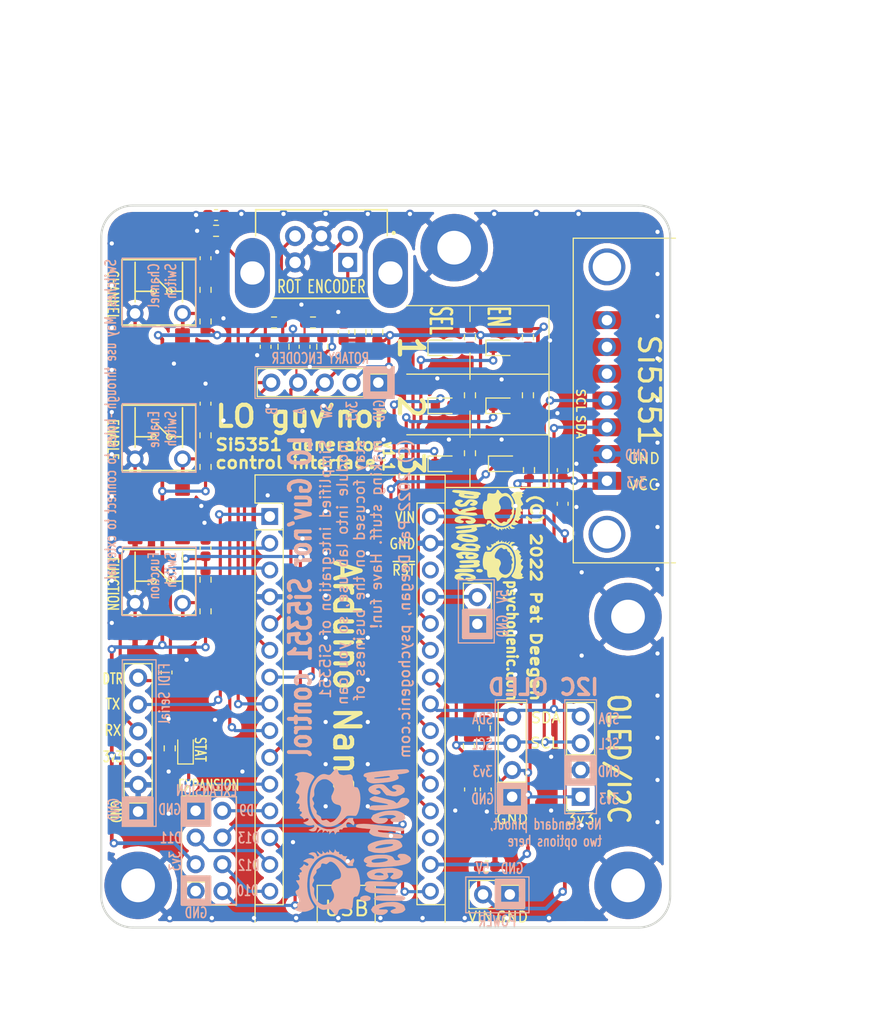
<source format=kicad_pcb>
(kicad_pcb (version 20221018) (generator pcbnew)
  (layers (0 "F.Cu" signal) (31 "B.Cu" signal) (34 "B.Paste" user) (35 "F.Paste" user) (36 "B.SilkS" user "B.Silkscreen") (37 "F.SilkS" user "F.Silkscreen") (38 "B.Mask" user) (39 "F.Mask" user) (44 "Edge.Cuts" user))
  (net 0 "")
  (net 1 "/SCK")
  (net 2 "/MISO")
  (net 3 "VAA")
  (net 4 "/MOSI")
  (net 5 "GND")
  (net 6 "/D10")
  (net 8 "/D9")
  (net 9 "+5V")
  (net 10 "/STATUS")
  (net 11 "/CHAN_EN_3")
  (net 12 "/FUNC_SW")
  (net 13 "/CHAN_SEL_3")
  (net 14 "/CHAN_EN")
  (net 15 "I2CSCL")
  (net 16 "/CHAN_SEL")
  (net 17 "I2CSDA")
  (net 18 "/ROT_SW")
  (net 19 "/CHAN_EN_2")
  (net 20 "/ROT_ENC_B")
  (net 21 "/CHAN_SEL_2")
  (net 22 "/ROT_ENC_A")
  (net 23 "/CHAN_EN_1")
  (net 24 "/CHAN_SEL_1")
  (net 25 "/~{RST}")
  (net 27 "/URX")
  (net 28 "+3V3")
  (net 29 "/UTX")
  (net 30 "Net-(J4-~{RST})")
  (net 31 "Net-(C5-Pad1)")
  (net 32 "Net-(D1-A)")
  (net 33 "Net-(D2-A)")
  (net 34 "Net-(D3-A)")
  (net 35 "Net-(D4-A)")
  (net 36 "Net-(D5-A)")
  (net 37 "Net-(D6-A)")
  (net 38 "Net-(D7-A)")
  (net 42 "/ROT_RAW_B")
  (net 43 "Net-(R10-Pad2)")
  (net 44 "/ROT_RAW_A")
  (net 45 "Net-(R17-Pad2)")
  (net 46 "Net-(R19-Pad2)")
  (net 47 "Net-(R21-Pad2)")
  (footprint "Capacitor_SMD:C_0603_1608Metric" (layer "F.Cu") (at 146.6 75.2)
    (fp_text reference "C1" hide)
    (fp_text value "C_10u_0603_35V" hide)
  )
  (footprint "Capacitor_SMD:C_0603_1608Metric" (layer "F.Cu") (at 145 67.9 -90)
    (fp_text reference "C7" hide)
    (fp_text value "C_1u_0603_50V" hide)
  )
  (footprint "Capacitor_SMD:C_0603_1608Metric" (layer "F.Cu") (at 146.5 67.9 -90)
    (fp_text reference "C8" hide)
    (fp_text value "C_100n_0603_50V" hide)
  )
  (footprint "Capacitor_SMD:C_0603_1608Metric" (layer "F.Cu") (at 153.8 40.8 -90)
    (fp_text reference "C9" hide)
    (fp_text value "C_1u_0603_50V" hide)
  )
  (footprint "Capacitor_SMD:C_0603_1608Metric" (layer "F.Cu") (at 153.8 37.6 90)
    (fp_text reference "C10" hide)
    (fp_text value "C_100n_0603_50V" hide)
  )
  (footprint "LED_SMD:LED_0603_1608Metric" (layer "F.Cu") (at 148 26)
    (fp_text reference "D4" hide)
    (fp_text value "LED" hide)
  )
  (footprint "LED_SMD:LED_0603_1608Metric" (layer "F.Cu") (at 148 31.5)
    (fp_text reference "D5" hide)
    (fp_text value "LED" hide)
  )
  (footprint "LED_SMD:LED_0603_1608Metric" (layer "F.Cu") (at 148.24 37)
    (fp_text reference "D6" hide)
    (fp_text value "LED" hide)
  )
  (footprint "Connector_PinSocket_2.54mm:PinSocket_1x02_P2.54mm_Vertical" (layer "F.Cu") (at 148.78 77.865 -90)
    (fp_text reference "J1" hide)
    (fp_text value "Conn_01x02" hide)
  )
  (footprint "Connector_PinSocket_2.54mm:PinSocket_1x02_P2.54mm_Vertical" (layer "F.Cu") (at 145.7 52.2 180)
    (fp_text reference "J2" hide)
    (fp_text value "Conn_01x02" hide)
  )
  (footprint "Resistor_SMD:R_0603_1608Metric" (layer "F.Cu") (at 150.5 25 -90)
    (fp_text reference "R4" hide)
    (fp_text value "R_1k_0603" hide)
  )
  (footprint "Resistor_SMD:R_0603_1608Metric" (layer "F.Cu") (at 150.5 30.5 -90)
    (fp_text reference "R5" hide)
    (fp_text value "R_1k_0603" hide)
  )
  (footprint "Resistor_SMD:R_0603_1608Metric" (layer "F.Cu") (at 150.6 37.6 90)
    (fp_text reference "R6" hide)
    (fp_text value "R_1k_0603" hide)
  )
  (footprint "Resistor_SMD:R_0603_1608Metric" (layer "F.Cu") (at 144.9 63.8 -90)
    (fp_text reference "R15" hide)
    (fp_text value "R_4k7_0603" hide)
  )
  (footprint "Resistor_SMD:R_0603_1608Metric" (layer "F.Cu") (at 146.4 62.1 90)
    (fp_text reference "R16" hide)
    (fp_text value "R_4k7_0603" hide)
  )
  (footprint "psychogenic:Si5351aModule" (layer "F.Cu") (at 158 31 180)
    (fp_text reference "J7" hide)
    (fp_text value "Si5351" hide)
  )
  (footprint "Capacitor_SMD:C_0603_1608Metric" (layer "F.Cu") (at 120.9 13.4 180)
    (fp_text reference "C5" hide)
    (fp_text value "C_10n_0603_100V" hide)
  )
  (footprint "Resistor_SMD:R_0603_1608Metric" (layer "F.Cu") (at 119.9 37.3 90)
    (fp_text reference "R19" hide)
    (fp_text value "R_10k_0603" hide)
  )
  (footprint "Resistor_SMD:R_0603_1608Metric" (layer "F.Cu") (at 119.9 20.5 -90)
    (fp_text reference "R18" hide)
    (fp_text value "R_1k_0603" hide)
  )
  (footprint "Connector_PinHeader_2.54mm:PinHeader_1x06_P2.54mm_Vertical" (layer "F.Cu") (at 113.5 70 180)
    (fp_text reference "J4" hide)
    (fp_text value "FTDI_CONN" hide)
  )
  (footprint "Capacitor_SMD:C_0603_1608Metric" (layer "F.Cu") (at 119.9 45 90)
    (fp_text reference "C13" hide)
    (fp_text value "C_100n_0603_50V" hide)
  )
  (footprint "Resistor_SMD:R_0603_1608Metric" (layer "F.Cu") (at 130.1 23.6 180)
    (fp_text reference "R12" hide)
    (fp_text value "R_10k_0603" hide)
  )
  (footprint "Connector_PinHeader_2.54mm:PinHeader_2x04_P2.54mm_Vertical" (layer "F.Cu") (at 118.96 69.92)
    (fp_text reference "J5" hide)
    (fp_text value "Conn_02x04_Odd_Even" hide)
  )
  (footprint "psysnapeda:XDCR_PEC12R-2220F-S0024" (layer "F.Cu") (at 130.9 15.4 180)
    (fp_text reference "S1" hide)
    (fp_text value "PEC12R-2220F-S0024" hide)
  )
  (footprint "Resistor_SMD:R_0603_1608Metric" (layer "F.Cu") (at 119.9 48 -90)
    (fp_text reference "R22" hide)
    (fp_text value "R_1k_0603" hide)
  )
  (footprint "flyingcarsfootprints:FSM2JSMA-6x6mm-SWITCH" (layer "F.Cu") (at 115.465 34.44 90)
    (fp_text reference "SW2" hide)
    (fp_text value "SW_Push_6x6" hide)
  )
  (footprint "Resistor_SMD:R_0603_1608Metric" (layer "F.Cu") (at 120.9 14.9 180)
    (fp_text reference "R14" hide)
    (fp_text value "R_1M_0603" hide)
  )
  (footprint "Capacitor_SMD:C_0603_1608Metric" (layer "F.Cu") (at 119.9 31.3 90)
    (fp_text reference "C12" hide)
    (fp_text value "C_100n_0603_50V" hide)
  )
  (footprint "Capacitor_SMD:C_0603_1608Metric" (layer "F.Cu") (at 129.3 25.9 -90)
    (fp_text reference "C6" hide)
    (fp_text value "C_100n_0603_50V" hide)
  )
  (footprint "LED_SMD:LED_0603_1608Metric" (layer "F.Cu") (at 142.5 37)
    (fp_text reference "D3" hide)
    (fp_text value "LED" hide)
  )
  (footprint "Resistor_SMD:R_0603_1608Metric" (layer "F.Cu") (at 145 25 -90)
    (fp_text reference "R1" hide)
    (fp_text value "R_1k_0603" hide)
  )
  (footprint "Capacitor_SMD:C_0603_1608Metric" (layer "F.Cu") (at 116.2 56.8 -90)
    (fp_text reference "C2" hide)
    (fp_text value "C_100n_0603_50V" hide)
  )
  (footprint "Capacitor_SMD:C_0603_1608Metric" (layer "F.Cu") (at 119.9 17.5 90)
    (fp_text reference "C11" hide)
    (fp_text value "C_100n_0603_50V" hide)
  )
  (footprint "Resistor_SMD:R_0603_1608Metric" (layer "F.Cu") (at 119.9 51 90)
    (fp_text reference "R21" hide)
    (fp_text value "R_10k_0603" hide)
  )
  (footprint "Resistor_SMD:R_0603_1608Metric" (layer "F.Cu") (at 119.9 34.3 -90)
    (fp_text reference "R20" hide)
    (fp_text value "R_1k_0603" hide)
  )
  (footprint "Resistor_SMD:R_0603_1608Metric" (layer "F.Cu") (at 127.3 25.9 90)
    (fp_text reference "R8" hide)
    (fp_text value "R_10k_0603" hide)
  )
  (footprint "flyingcarsfootprints:FSM2JSMA-6x6mm-SWITCH" (layer "F.Cu") (at 115.465 48.14 90)
    (fp_text reference "SW3" hide)
    (fp_text value "SW_Push_6x6" hide)
  )
  (footprint "Resistor_SMD:R_0603_1608Metric" (layer "F.Cu") (at 136.2 24.5 90)
    (fp_text reference "R10" hide)
    (fp_text value "R_10k_0603" hide)
  )
  (footprint "Resistor_SMD:R_0603_1608Metric" (layer "F.Cu") (at 126.4 23.6 180)
    (fp_text reference "R9" hide)
    (fp_text value "R_10k_0603" hide)
  )
  (footprint "Resistor_SMD:R_0603_1608Metric" (layer "F.Cu") (at 130.98 25.9 90)
    (fp_text reference "R13" hide)
    (fp_text value "R_10k_0603" hide)
  )
  (footprint "Resistor_SMD:R_0603_1608Metric" (layer "F.Cu") (at 134.6 24.5 -90)
    (fp_text reference "R11" hide)
    (fp_text value "R_1k_0603" hide)
  )
  (footprint "Resistor_SMD:R_0603_1608Metric" (layer "F.Cu") (at 119.9 23.5 90)
    (fp_text reference "R17" hide)
    (fp_text value "R_10k_0603" hide)
  )
  (footprint "Capacitor_SMD:C_0603_1608Metric" (layer "F.Cu") (at 133 24.5 90)
    (fp_text reference "C4" hide)
    (fp_text value "C_100n_0603_50V" hide)
  )
  (footprint "LED_SMD:LED_0603_1608Metric" (layer "F.Cu") (at 118 64 90)
    (fp_text reference "D7" hide)
    (fp_text value "LED" hide)
  )
  (footprint "Resistor_SMD:R_0603_1608Metric" (layer "F.Cu") (at 116.5 64 90)
    (fp_text reference "R7" hide)
    (fp_text value "R_1k_0603" hide)
  )
  (footprint "Resistor_SMD:R_0603_1608Metric" (layer "F.Cu") (at 145 36 -90)
    (fp_text reference "R3" hide)
    (fp_text value "R_1k_0603" hide)
  )
  (footprint "Resistor_SMD:R_0603_1608Metric" (layer "F.Cu") (at 145 30.5 -90)
    (fp_text reference "R2" hide)
    (fp_text value "R_1k_0603" hide)
  )
  (footprint "LED_SMD:LED_0603_1608Metric" (layer "F.Cu") (at 142.5 26)
    (fp_text reference "D1" hide)
    (fp_text value "LED" hide)
  )
  (footprint "flyingcarsfootprints:FSM2JSMA-6x6mm-SWITCH" (layer "F.Cu") (at 115.465 20.64 90)
    (fp_text reference "SW1" hide)
    (fp_text value "SW_Push_6x6" hide)
  )
  (footprint "Capacitor_SMD:C_0603_1608Metric" (layer "F.Cu") (at 125.6 25.9 -90)
    (fp_text reference "C3" hide)
    (fp_text value "C_100n_0603_50V" hide)
  )
  (footprint "Connector_PinHeader_2.54mm:PinHeader_1x05_P2.54mm_Vertical" (layer "F.Cu") (at 136.3 29.3 -90)
    (fp_text reference "J3" hide)
    (fp_text value "Conn_01x05" hide)
  )
  (footprint "LED_SMD:LED_0603_1608Metric" (layer "F.Cu") (at 142.5 31.5)
    (fp_text reference "D2" hide)
    (fp_text value "LED" hide)
  )
  (footprint "Fiducial:Fiducial_1mm_Mask2mm" (layer "F.Cu") (at 115.5 14)
    (fp_text reference "FID1" hide)
    (fp_text value "Fiducial" hide)
  )
  (footprint "Fiducial:Fiducial_1mm_Mask2mm" (layer "F.Cu") (at 160.5 14)
    (fp_text reference "FID3" hide)
    (fp_text value "Fiducial" hide)
  )
  (footprint "MountingHole:MountingHole_3.2mm_M3_Pad_TopBottom" (layer "F.Cu") (at 113.5 77)
    (fp_text reference "H1" hide)
    (fp_text value "MountingHole_Pad" hide)
  )
  (footprint "MountingHole:MountingHole_3.2mm_M3_Pad_TopBottom" (layer "F.Cu") (at 160 77)
    (fp_text reference "H2" hide)
    (fp_text value "MountingHole_Pad" hide)
  )
  (footprint "MountingHole:MountingHole_3.2mm_M3_Pad_TopBottom" (layer "F.Cu") (at 160 51.5)
    (fp_text reference "H3" hide)
    (fp_text value "MountingHole_Pad" hide)
  )
  (footprint "MountingHole:MountingHole_3.2mm_M3_Pad_TopBottom" (layer "F.Cu") (at 143.5 16.5)
    (fp_text reference "H4" hide)
    (fp_text value "MountingHole_Pad" hide)
  )
  (footprint "Module:Arduino_Nano" (layer "F.Cu") (at 126 42)
    (fp_text reference "A1" hide)
    (fp_text value "Arduino_Nano_v3.x" hide)
  )
  (footprint "Fiducial:Fiducial_1mm_Mask2mm" (layer "F.Cu") (at 155 79.5)
    (fp_text reference "FID2" hide)
    (fp_text value "Fiducial" hide)
  )
  (footprint "flyingcarsfootprints:StitchingVia-0.4mmDrill" (layer "F.Cu") (at 136.8 34.7)
    (fp_text reference "STCH" hide)
    (fp_text value "StitchingVia-0.4mmDrill" hide)
  )
  (footprint "flyingcarsfootprints:StitchingVia-0.4mmDrill" (layer "F.Cu") (at 141.9 28.9)
    (fp_text reference "STCH" hide)
    (fp_text value "StitchingVia-0.4mmDrill" hide)
  )
  (footprint "flyingcarsfootprints:StitchingVia-0.4mmDrill" (layer "F.Cu") (at 152.6 25.3)
    (fp_text reference "STCH" hide)
    (fp_text value "StitchingVia-0.4mmDrill" hide)
  )
  (footprint "flyingcarsfootprints:StitchingVia-0.4mmDrill" (layer "F.Cu") (at 125.8 31.5)
    (fp_text reference "STCH" hide)
    (fp_text value "StitchingVia-0.4mmDrill" hide)
  )
  (footprint "flyingcarsfootprints:StitchingVia-0.4mmDrill" (layer "F.Cu") (at 131.1 31.5)
    (fp_text reference "STCH" hide)
    (fp_text value "StitchingVia-0.4mmDrill" hide)
  )
  (footprint "flyingcarsfootprints:StitchingVia-0.4mmDrill" (layer "F.Cu") (at 120.8 61.3)
    (fp_text reference "STCH" hide)
    (fp_text value "StitchingVia-0.4mmDrill" hide)
  )
  (footprint "flyingcarsfootprints:StitchingVia-0.4mmDrill" (layer "F.Cu") (at 118.1 55.6)
    (fp_text reference "STCH" hide)
    (fp_text value "StitchingVia-0.4mmDrill" hide)
  )
  (footprint "flyingcarsfootprints:StitchingVia-0.4mmDrill" (layer "F.Cu") (at 137.5 72.3)
    (fp_text reference "STCH" hide)
    (fp_text value "StitchingVia-0.4mmDrill" hide)
  )
  (footprint "flyingcarsfootprints:StitchingVia-0.4mmDrill" (layer "F.Cu") (at 143.6 69.9)
    (fp_text reference "STCH" hide)
    (fp_text value "StitchingVia-0.4mmDrill" hide)
  )
  (footprint "flyingcarsfootprints:StitchingVia-0.4mmDrill" (layer "F.Cu") (at 152.7 69.9)
    (fp_text reference "STCH" hide)
    (fp_text value "StitchingVia-0.4mmDrill" hide)
  )
  (footprint "flyingcarsfootprints:StitchingVia-0.4mmDrill" (layer "F.Cu") (at 153.3 32.2)
    (fp_text reference "STCH" hide)
    (fp_text value "StitchingVia-0.4mmDrill" hide)
  )
  (footprint "flyingcarsfootprints:StitchingVia-0.4mmDrill" (layer "F.Cu") (at 162.8 15)
    (fp_text reference "STCH" hide)
    (fp_text value "StitchingVia-0.4mmDrill" hide)
  )
  (footprint "flyingcarsfootprints:StitchingVia-0.4mmDrill" (layer "F.Cu") (at 162.8 19)
    (fp_text reference "STCH" hide)
    (fp_text value "StitchingVia-0.4mmDrill" hide)
  )
  (footprint "flyingcarsfootprints:StitchingVia-0.4mmDrill" (layer "F.Cu") (at 162.8 23)
    (fp_text reference "STCH" hide)
    (fp_text value "StitchingVia-0.4mmDrill" hide)
  )
  (footprint "flyingcarsfootprints:StitchingVia-0.4mmDrill" (layer "F.Cu") (at 162.8 27)
    (fp_text reference "STCH" hide)
    (fp_text value "StitchingVia-0.4mmDrill" hide)
  )
  (footprint "flyingcarsfootprints:StitchingVia-0.4mmDrill" (layer "F.Cu") (at 162.8 31)
    (fp_text reference "STCH" hide)
    (fp_text value "StitchingVia-0.4mmDrill" hide)
  )
  (footprint "flyingcarsfootprints:StitchingVia-0.4mmDrill" (layer "F.Cu") (at 162.8 35)
    (fp_text reference "STCH" hide)
    (fp_text value "StitchingVia-0.4mmDrill" hide)
  )
  (footprint "flyingcarsfootprints:StitchingVia-0.4mmDrill" (layer "F.Cu") (at 162.8 39)
    (fp_text reference "STCH" hide)
    (fp_text value "StitchingVia-0.4mmDrill" hide)
  )
  (footprint "flyingcarsfootprints:StitchingVia-0.4mmDrill" (layer "F.Cu") (at 162.8 43)
    (fp_text reference "STCH" hide)
    (fp_text value "StitchingVia-0.4mmDrill" hide)
  )
  (footprint "flyingcarsfootprints:StitchingVia-0.4mmDrill" (layer "F.Cu") (at 162.8 47)
    (fp_text reference "STCH" hide)
    (fp_text value "StitchingVia-0.4mmDrill" hide)
  )
  (footprint "flyingcarsfootprints:StitchingVia-0.4mmDrill" (layer "F.Cu") (at 162.8 55)
    (fp_text reference "STCH" hide)
    (fp_text value "StitchingVia-0.4mmDrill" hide)
  )
  (footprint "flyingcarsfootprints:StitchingVia-0.4mmDrill" (layer "F.Cu") (at 162.8 59)
    (fp_text reference "STCH" hide)
    (fp_text value "StitchingVia-0.4mmDrill" hide)
  )
  (footprint "flyingcarsfootprints:StitchingVia-0.4mmDrill" (layer "F.Cu") (at 162.8 63)
    (fp_text reference "STCH" hide)
    (fp_text value "StitchingVia-0.4mmDrill" hide)
  )
  (footprint "flyingcarsfootprints:StitchingVia-0.4mmDrill" (layer "F.Cu") (at 162.8 67)
    (fp_text reference "STCH" hide)
    (fp_text value "StitchingVia-0.4mmDrill" hide)
  )
  (footprint "flyingcarsfootprints:StitchingVia-0.4mmDrill" (layer "F.Cu") (at 162.8 71)
    (fp_text reference "STCH" hide)
    (fp_text value "StitchingVia-0.4mmDrill" hide)
  )
  (footprint "flyingcarsfootprints:StitchingVia-0.4mmDrill" (layer "F.Cu") (at 131.3 37.5)
    (fp_text reference "STCH" hide)
    (fp_text value "StitchingVia-0.4mmDrill" hide)
  )
  (footprint "flyingcarsfootprints:StitchingVia-0.4mmDrill" (layer "F.Cu") (at 131.3 41.5)
    (fp_text reference "STCH" hide)
    (fp_text value "StitchingVia-0.4mmDrill" hide)
  )
  (footprint "flyingcarsfootprints:StitchingVia-0.4mmDrill" (layer "F.Cu") (at 131.3 45.5)
    (fp_text reference "STCH" hide)
    (fp_text value "StitchingVia-0.4mmDrill" hide)
  )
  (footprint "flyingcarsfootprints:StitchingVia-0.4mmDrill" (layer "F.Cu") (at 131.3 49.5)
    (fp_text reference "STCH" hide)
    (fp_text value "StitchingVia-0.4mmDrill" hide)
  )
  (footprint "flyingcarsfootprints:StitchingVia-0.4mmDrill" (layer "F.Cu") (at 131.3 53.5)
    (fp_text reference "STCH" hide)
    (fp_text value "StitchingVia-0.4mmDrill" hide)
  )
  (footprint "flyingcarsfootprints:StitchingVia-0.4mmDrill" (layer "F.Cu") (at 131.3 57.5)
    (fp_text reference "STCH" hide)
    (fp_text value "StitchingVia-0.4mmDrill" hide)
  )
  (footprint "flyingcarsfootprints:StitchingVia-0.4mmDrill" (layer "F.Cu") (at 131.3 61.5)
    (fp_text reference "STCH" hide)
    (fp_text value "StitchingVia-0.4mmDrill" hide)
  )
  (footprint "flyingcarsfootprints:StitchingVia-0.4mmDrill" (layer "F.Cu") (at 131.3 65.5)
    (fp_text reference "STCH" hide)
    (fp_text value "StitchingVia-0.4mmDrill" hide)
  )
  (footprint "flyingcarsfootprints:StitchingVia-0.4mmDrill" (layer "F.Cu") (at 131.3 69.5)
    (fp_text reference "STCH" hide)
    (fp_text value "StitchingVia-0.4mmDrill" hide)
  )
  (footprint "flyingcarsfootprints:StitchingVia-0.4mmDrill" (layer "F.Cu") (at 133.4 74.7)
    (fp_text reference "STCH" hide)
    (fp_text value "StitchingVia-0.4mmDrill" hide)
  )
  (footprint "flyingcarsfootprints:StitchingVia-0.4mmDrill" (layer "F.Cu") (at 116.5 80.1)
    (fp_text reference "STCH" hide)
    (fp_text value "StitchingVia-0.4mmDrill" hide)
  )
  (footprint "flyingcarsfootprints:StitchingVia-0.4mmDrill" (layer "F.Cu") (at 120.5 80.1)
    (fp_text reference "STCH" hide)
    (fp_text value "StitchingVia-0.4mmDrill" hide)
  )
  (footprint "flyingcarsfootprints:StitchingVia-0.4mmDrill" (layer "F.Cu") (at 124.5 80.1)
    (fp_text reference "STCH" hide)
    (fp_text value "StitchingVia-0.4mmDrill" hide)
  )
  (footprint "flyingcarsfootprints:StitchingVia-0.4mmDrill" (layer "F.Cu") (at 128.5 80.1)
    (fp_text reference "STCH" hide)
    (fp_text value "StitchingVia-0.4mmDrill" hide)
  )
  (footprint "flyingcarsfootprints:StitchingVia-0.4mmDrill" (layer "F.Cu") (at 132.5 80.1)
    (fp_text reference "STCH" hide)
    (fp_text value "StitchingVia-0.4mmDrill" hide)
  )
  (footprint "flyingcarsfootprints:StitchingVia-0.4mmDrill" (layer "F.Cu") (at 136.5 80.1)
    (fp_text reference "STCH" hide)
    (fp_text value "StitchingVia-0.4mmDrill" hide)
  )
  (footprint "flyingcarsfootprints:StitchingVia-0.4mmDrill" (layer "F.Cu") (at 140.5 80.1)
    (fp_text reference "STCH" hide)
    (fp_text value "StitchingVia-0.4mmDrill" hide)
  )
  (footprint "flyingcarsfootprints:StitchingVia-0.4mmDrill" (layer "F.Cu") (at 144.5 80.1)
    (fp_text reference "STCH" hide)
    (fp_text value "StitchingVia-0.4mmDrill" hide)
  )
  (footprint "flyingcarsfootprints:StitchingVia-0.4mmDrill" (layer "F.Cu") (at 148.5 80.1)
    (fp_text reference "STCH" hide)
    (fp_text value "StitchingVia-0.4mmDrill" hide)
  )
  (footprint "flyingcarsfootprints:StitchingVia-0.4mmDrill" (layer "F.Cu") (at 152.5 80.1)
    (fp_text reference "STCH" hide)
    (fp_text value "StitchingVia-0.4mmDrill" hide)
  )
  (footprint "flyingcarsfootprints:StitchingVia-0.4mmDrill" (layer "F.Cu") (at 111 16.1)
    (fp_text reference "STCH" hide)
    (fp_text value "StitchingVia-0.4mmDrill" hide)
  )
  (footprint "flyingcarsfootprints:StitchingVia-0.4mmDrill" (layer "F.Cu") (at 111 20.1)
    (fp_text reference "STCH" hide)
    (fp_text value "StitchingVia-0.4mmDrill" hide)
  )
  (footprint "flyingcarsfootprints:StitchingVia-0.4mmDrill" (layer "F.Cu") (at 111 24.1)
    (fp_text reference "STCH" hide)
    (fp_text value "StitchingVia-0.4mmDrill" hide)
  )
  (footprint "flyingcarsfootprints:StitchingVia-0.4mmDrill" (layer "F.Cu") (at 111 28.1)
    (fp_text reference "STCH" hide)
    (fp_text value "StitchingVia-0.4mmDrill" hide)
  )
  (footprint "flyingcarsfootprints:StitchingVia-0.4mmDrill" (layer "F.Cu") (at 111 32.1)
    (fp_text reference "STCH" hide)
    (fp_text value "StitchingVia-0.4mmDrill" hide)
  )
  (footprint "flyingcarsfootprints:StitchingVia-0.4mmDrill" (layer "F.Cu") (at 111 36.1)
    (fp_text reference "STCH" hide)
    (fp_text value "StitchingVia-0.4mmDrill" hide)
  )
  (footprint "flyingcarsfootprints:StitchingVia-0.4mmDrill" (layer "F.Cu") (at 111 40.1)
    (fp_text reference "STCH" hide)
    (fp_text value "StitchingVia-0.4mmDrill" hide)
  )
  (footprint "flyingcarsfootprints:StitchingVia-0.4mmDrill" (layer "F.Cu") (at 111 44.1)
    (fp_text reference "STCH" hide)
    (fp_text value "StitchingVia-0.4mmDrill" hide)
  )
  (footprint "flyingcarsfootprints:StitchingVia-0.4mmDrill" (layer "F.Cu") (at 111 48.1)
    (fp_text reference "STCH" hide)
    (fp_text value "StitchingVia-0.4mmDrill" hide)
  )
  (footprint "flyingcarsfootprints:StitchingVia-0.4mmDrill" (layer "F.Cu") (at 111 52.1)
    (fp_text reference "STCH" hide)
    (fp_text value "StitchingVia-0.4mmDrill" hide)
  )
  (footprint "flyingcarsfootprints:StitchingVia-0.4mmDrill" (layer "F.Cu") (at 116.4 61.2)
    (fp_text reference "STCH" hide)
    (fp_text value "StitchingVia-0.4mmDrill" hide)
  )
  (footprint "flyingcarsfootprints:StitchingVia-0.4mmDrill" (layer "F.Cu") (at 116.4 66.2)
    (fp_text reference "STCH" hide)
    (fp_text value "StitchingVia-0.4mmDrill" hide)
  )
  (footprint "flyingcarsfootprints:StitchingVia-0.4mmDrill" (layer "F.Cu") (at 116.4 70.2)
    (fp_text reference "STCH" hide)
    (fp_text value "StitchingVia-0.4mmDrill" hide)
  )
  (footprint "flyingcarsfootprints:StitchingVia-0.4mmDrill" (layer "F.Cu") (at 149.3 41)
    (fp_text reference "STCH" hide)
    (fp_text value "StitchingVia-0.4mmDrill" hide)
  )
  (footprint "flyingcarsfootprints:StitchingVia-0.4mmDrill" (layer "F.Cu") (at 149.3 45)
    (fp_text reference "STCH" hide)
    (fp_text value "StitchingVia-0.4mmDrill" hide)
  )
  (footprint "flyingcarsfootprints:StitchingVia-0.4mmDrill" (layer "F.Cu") (at 149.3 49)
    (fp_text reference "STCH" hide)
    (fp_text value "StitchingVia-0.4mmDrill" hide)
  )
  (footprint "flyingcarsfootprints:StitchingVia-0.4mmDrill" (layer "F.Cu") (at 149.3 53)
    (fp_text reference "STCH" hide)
    (fp_text value "StitchingVia-0.4mmDrill" hide)
  )
  (footprint "flyingcarsfootprints:StitchingVia-0.4mmDrill" (layer "F.Cu") (at 149.3 57)
    (fp_text reference "STCH" hide)
    (fp_text value "StitchingVia-0.4mmDrill" hide)
  )
  (footprint "flyingcarsfootprints:StitchingVia-0.4mmDrill" (layer "F.Cu") (at 123.3 13.3)
    (fp_text reference "STCH" hide)
    (fp_text value "StitchingVia-0.4mmDrill" hide)
  )
  (footprint "flyingcarsfootprints:StitchingVia-0.4mmDrill" (layer "F.Cu") (at 127.3 13.3)
    (fp_text reference "STCH" hide)
    (fp_text value "StitchingVia-0.4mmDrill" hide)
  )
  (footprint "flyingcarsfootprints:StitchingVia-0.4mmDrill" (layer "F.Cu") (at 131.3 13.3)
    (fp_text reference "STCH" hide)
    (fp_text value "StitchingVia-0.4mmDrill" hide)
  )
  (footprint "flyingcarsfootprints:StitchingVia-0.4mmDrill" (layer "F.Cu") (at 135.3 13.3)
    (fp_text reference "STCH" hide)
    (fp_text value "StitchingVia-0.4mmDrill" hide)
  )
  (footprint "flyingcarsfootprints:StitchingVia-0.4mmDrill" (layer "F.Cu") (at 139.3 13.3)
    (fp_text reference "STCH" hide)
    (fp_text value "StitchingVia-0.4mmDrill" hide)
  )
  (footprint "flyingcarsfootprints:StitchingVia-0.4mmDrill" (layer "F.Cu") (at 147.3 13.3)
    (fp_text reference "STCH" hide)
    (fp_text value "StitchingVia-0.4mmDrill" hide)
  )
  (footprint "flyingcarsfootprints:StitchingVia-0.4mmDrill" (layer "F.Cu") (at 151.3 13.3)
    (fp_text reference "STCH" hide)
    (fp_text value "StitchingVia-0.4mmDrill" hide)
  )
  (footprint "flyingcarsfootprints:StitchingVia-0.4mmDrill" (layer "F.Cu") (at 155.3 13.3)
    (fp_text reference "STCH" hide)
    (fp_text value "StitchingVia-0.4mmDrill" hide)
  )
  (footprint "flyingcarsfootprints:StitchingVia-0.4mmDrill" (layer "F.Cu") (at 135.3 37.5)
    (fp_text reference "STCH" hide)
    (fp_text value "StitchingVia-0.4mmDrill" hide)
  )
  (footprint "flyingcarsfootprints:StitchingVia-0.4mmDrill" (layer "F.Cu") (at 135.3 57.5)
    (fp_text reference "STCH" hide)
    (fp_text value "StitchingVia-0.4mmDrill" hide)
  )
  (footprint "flyingcarsfootprints:StitchingVia-0.4mmDrill" (layer "F.Cu") (at 135.3 69.5)
    (fp_text reference "STCH" hide)
    (fp_text value "StitchingVia-0.4mmDrill" hide)
  )
  (footprint "flyingcarsfootprints:StitchingVia-0.4mmDrill" (layer "F.Cu") (at 135.3 53.5)
    (fp_text reference "STCH" hide)
    (fp_text value "StitchingVia-0.4mmDrill" hide)
  )
  (footprint "flyingcarsfootprints:StitchingVia-0.4mmDrill" (layer "F.Cu") (at 135.3 49.5)
    (fp_text reference "STCH" hide)
    (fp_text value "StitchingVia-0.4mmDrill" hide)
  )
  (footprint "flyingcarsfootprints:StitchingVia-0.4mmDrill" (layer "F.Cu") (at 135.3 41.5)
    (fp_text reference "STCH" hide)
    (fp_text value "StitchingVia-0.4mmDrill" hide)
  )
  (footprint "flyingcarsfootprints:StitchingVia-0.4mmDrill" (layer "F.Cu") (at 135.3 65.5)
    (fp_text reference "STCH" hide)
    (fp_text value "StitchingVia-0.4mmDrill" hide)
  )
  (footprint "flyingcarsfootprints:StitchingVia-0.4mmDrill" (layer "F.Cu") (at 135.3 45.5)
    (fp_text reference "STCH" hide)
    (fp_text value "StitchingVia-0.4mmDrill" hide)
  )
  (footprint "flyingcarsfootprints:StitchingVia-0.4mmDrill" (layer "F.Cu") (at 135.3 61.5)
    (fp_text reference "STCH" hide)
    (fp_text value "StitchingVia-0.4mmDrill" hide)
  )
  (footprint "flyingcarsfootprints:StitchingVia-0.4mmDrill" (layer "F.Cu") (at 119.5 41)
    (fp_text reference "STCH" hide)
    (fp_text value "StitchingVia-0.4mmDrill" hide)
  )
  (footprint "flyingcarsfootprints:StitchingVia-0.4mmDrill" (layer "F.Cu") (at 143 34.7)
    (fp_text reference "STCH" hide)
    (fp_text value "StitchingVia-0.4mmDrill" hide)
  )
  (footprint "flyingcarsfootprints:StitchingVia-0.4mmDrill" (layer "F.Cu") (at 148 34.7)
    (fp_text reference "STCH" hide)
    (fp_text value "StitchingVia-0.4mmDrill" hide)
  )
  (footprint "flyingcarsfootprints:StitchingVia-0.4mmDrill" (layer "F.Cu") (at 148 29)
    (fp_text reference "STCH" hide)
    (fp_text value "StitchingVia-0.4mmDrill" hide)
  )
  (footprint "flyingcarsfootprints:PsychoLogoSmall" (layer "F.Cu") (at 146.7 43.75 -90)
    (fp_text reference "G***" hide)
    (fp_text value "LOGO" hide)
  )
  (footprint "Connector_PinSocket_2.54mm:PinSocket_1x04_P2.54mm_Vertical" (layer "F.Cu") (at 149 68.6 180)
    (fp_text reference "J6" hide)
    (fp_text value "Conn_01x04" hide)
  )
  (footprint "Connector_PinSocket_2.54mm:PinSocket_1x04_P2.54mm_Vertical" (layer "F.Cu") (at 155.5 68.6 180)
    (fp_text reference "J8" hide)
    (fp_text value "Conn_01x04" hide)
  )
  (footprint "flyingcarsfootprints:StitchingVia-0.4mmDrill" (layer "F.Cu") (at 125.8 40)
    (fp_text reference "STCH" hide)
    (fp_text value "StitchingVia-0.4mmDrill" hide)
  )
  (footprint "flyingcarsfootprints:StitchingVia-0.4mmDrill" (layer "F.Cu") (at 123.4 66.2)
    (fp_text reference "STCH" hide)
    (fp_text value "StitchingVia-0.4mmDrill" hide)
  )
  (footprint "flyingcarsfootprints:StitchingVia-0.4mmDrill" (layer "F.Cu") (at 155.6 71.3)
    (fp_text reference "STCH" hide)
    (fp_text value "StitchingVia-0.4mmDrill" hide)
  )
  (footprint "flyingcarsfootprints:StitchingVia-0.4mmDrill" (layer "F.Cu") (at 155.6 55.2)
    (fp_text reference "STCH" hide)
    (fp_text value "StitchingVia-0.4mmDrill" hide)
  )
  (footprint "flyingcarsfootprints:StitchingVia-0.4mmDrill" (layer "F.Cu") (at 155.6 47.3)
    (fp_text reference "STCH" hide)
    (fp_text value "StitchingVia-0.4mmDrill" hide)
  )
  (footprint "flyingcarsfootprints:StitchingVia-0.4mmDrill" (layer "F.Cu") (at 129 21.9)
    (fp_text reference "STCH" hide)
    (fp_text value "StitchingVia-0.4mmDrill" hide)
  )
  (footprint "flyingcarsfootprints:StitchingVia-0.4mmDrill" (layer "F.Cu") (at 121.6 23.2)
    (fp_text reference "STCH" hide)
    (fp_text value "StitchingVia-0.4mmDrill" hide)
  )
  (footprint "flyingcarsfootprints:StitchingVia-0.4mmDrill" (layer "F.Cu") (at 121.6 32.9)
    (fp_text reference "STCH" hide)
    (fp_text value "StitchingVia-0.4mmDrill" hide)
  )
  (footprint "flyingcarsfootprints:StitchingVia-0.4mmDrill" (layer "F.Cu") (at 116.9 27.5)
    (fp_text reference "STCH" hide)
    (fp_text value "StitchingVia-0.4mmDrill" hide)
  )
  (footprint "flyingcarsfootprints:StitchingVia-0.4mmDrill" (layer "F.Cu") (at 129.1 33.9)
    (fp_text reference "STCH" hide)
    (fp_text value "StitchingVia-0.4mmDrill" hide)
  )
  (footprint "flyingcarsfootprints:StitchingVia-0.4mmDrill" (layer "F.Cu") (at 129.1 44.1)
    (fp_text reference "STCH" hide)
    (fp_text value "StitchingVia-0.4mmDrill" hide)
  )
  (footprint "flyingcarsfootprints:StitchingVia-0.4mmDrill" (layer "F.Cu") (at 128.2 72.9)
    (fp_text reference "STCH" hide)
    (fp_text value "StitchingVia-0.4mmDrill" hide)
  )
  (footprint "flyingcarsfootprints:StitchingVia-0.4mmDrill" (layer "F.Cu") (at 152.7 64.8)
    (fp_text reference "STCH" hide)
    (fp_text value "StitchingVia-0.4mmDrill" hide)
  )
  (footprint "flyingcarsfootprints:PsychoLogo" (layer "B.Cu") (at 133.8 72.8 -90)
    (fp_text reference "G***" hide)
    (fp_text value "LOGO" hide)
  )
  (gr_line (start 122.8 68.6) (end 117.6 68.6) (stroke (width 0.12)) (layer "B.SilkS"))
  (gr_line (start 137.8 27.8) (end 124.6 27.8) (stroke (width 0.12)) (layer "B.SilkS"))
  (gr_line (start 150.4 59.4) (end 147.4 59.4) (stroke (width 0.12)) (layer "B.SilkS"))
  (gr_line (start 154 59.4) (end 154 70.2) (stroke (width 0.12)) (layer "B.SilkS"))
  (gr_line (start 157 59.4) (end 154 59.4) (stroke (width 0.12)) (layer "B.SilkS"))
  (gr_line (start 157 70.2) (end 157 59.4) (stroke (width 0.12)) (layer "B.SilkS"))
  (gr_line (start 154 70.2) (end 157 70.2) (stroke (width 0.12)) (layer "B.SilkS"))
  (gr_line (start 115.2 55.6) (end 112 55.6) (stroke (width 0.12)) (layer "B.SilkS"))
  (gr_line (start 150.6 76.2) (end 144.6 76.2) (stroke (width 0.12)) (layer "B.SilkS"))
  (gr_line (start 119 17.5) (end 112 17.5) (stroke (width 0.12)) (layer "B.SilkS"))
  (gr_line (start 112 37.8) (end 119 37.8) (stroke (width 0.12)) (layer "B.SilkS"))
  (gr_line (start 112 31.3) (end 112 37.8) (stroke (width 0.12)) (layer "B.SilkS"))
  (gr_line (start 119 31.3) (end 112 31.3) (stroke (width 0.12)) (layer "B.SilkS"))
  (gr_line (start 119 37.8) (end 119 31.3) (stroke (width 0.12)) (layer "B.SilkS"))
  (gr_line (start 112 44.9) (end 112 51.4) (stroke (width 0.12)) (layer "B.SilkS"))
  (gr_line (start 119 51.4) (end 119 44.9) (stroke (width 0.12)) (layer "B.SilkS"))
  (gr_line (start 112 51.4) (end 119 51.4) (stroke (width 0.12)) (layer "B.SilkS"))
  (gr_line (start 119 44.9) (end 112 44.9) (stroke (width 0.12)) (layer "B.SilkS"))
  (gr_line (start 150.1 78.9) (end 147.5 78.9) (stroke (width 0.3)) (layer "B.SilkS"))
  (gr_line (start 150.1 79.1) (end 147.5 79.1) (stroke (width 0.3)) (layer "B.SilkS"))
  (gr_line (start 150.1 78.7) (end 147.5 78.7) (stroke (width 0.3)) (layer "B.SilkS"))
  (gr_line (start 147.8 79.1) (end 147.8 76.5) (stroke (width 0.3)) (layer "B.SilkS"))
  (gr_line (start 150.1 76.6) (end 147.5 76.6) (stroke (width 0.3)) (layer "B.SilkS"))
  (gr_line (start 149.8 79.1) (end 149.8 76.5) (stroke (width 0.3)) (layer "B.SilkS"))
  (gr_line (start 147.5 79.1) (end 147.5 76.5) (stroke (width 0.3)) (layer "B.SilkS"))
  (gr_line (start 150.1 79.1) (end 150.1 76.5) (stroke (width 0.3)) (layer "B.SilkS"))
  (gr_line (start 150.1 76.8) (end 147.5 76.8) (stroke (width 0.3)) (layer "B.SilkS"))
  (gr_line (start 150.1 76.5) (end 147.5 76.5) (stroke (width 0.3)) (layer "B.SilkS"))
  (gr_line (start 150.3 69.6) (end 147.7 69.6) (stroke (width 0.3)) (layer "B.SilkS"))
  (gr_line (start 150 70) (end 150 67.4) (stroke (width 0.3)) (layer "B.SilkS"))
  (gr_line (start 150.3 67.5) (end 147.7 67.5) (stroke (width 0.3)) (layer "B.SilkS"))
  (gr_line (start 150.3 70) (end 147.7 70) (stroke (width 0.3)) (layer "B.SilkS"))
  (gr_line (start 150.3 70) (end 150.3 67.4) (stroke (width 0.3)) (layer "B.SilkS"))
  (gr_line (start 150.3 69.8) (end 147.7 69.8) (stroke (width 0.3)) (layer "B.SilkS"))
  (gr_line (start 150.3 67.7) (end 147.7 67.7) (stroke (width 0.3)) (layer "B.SilkS"))
  (gr_line (start 148 70) (end 148 67.4) (stroke (width 0.3)) (layer "B.SilkS"))
  (gr_line (start 150.3 67.4) (end 147.7 67.4) (stroke (width 0.3)) (layer "B.SilkS"))
  (gr_line (start 147.7 70) (end 147.7 67.4) (stroke (width 0.3)) (layer "B.SilkS"))
  (gr_line (start 156.8 67.4) (end 154.2 67.4) (stroke (width 0.3)) (layer "B.SilkS"))
  (gr_line (start 156.8 64.9) (end 154.2 64.9) (stroke (width 0.3)) (layer "B.SilkS"))
  (gr_line (start 156.8 67.2) (end 154.2 67.2) (stroke (width 0.3)) (layer "B.SilkS"))
  (gr_line (start 156.8 64.8) (end 154.2 64.8) (stroke (width 0.3)) (layer "B.SilkS"))
  (gr_line (start 156.8 67) (end 154.2 67) (stroke (width 0.3)) (layer "B.SilkS"))
  (gr_line (start 154.2 67.4) (end 154.2 64.8) (stroke (width 0.3)) (layer "B.SilkS"))
  (gr_line (start 156.8 67.4) (end 156.8 64.8) (stroke (width 0.3)) (layer "B.SilkS"))
  (gr_line (start 156.5 67.4) (end 156.5 64.8) (stroke (width 0.3)) (layer "B.SilkS"))
  (gr_line (start 154.5 67.4) (end 154.5 64.8) (stroke (width 0.3)) (layer "B.SilkS"))
  (gr_line (start 156.8 65.1) (end 154.2 65.1) (stroke (width 0.3)) (layer "B.SilkS"))
  (gr_line (start 117.7 78.8) (end 117.7 76.2) (stroke (width 0.3)) (layer "B.SilkS"))
  (gr_line (start 120.3 76.2) (end 117.7 76.2) (stroke (width 0.3)) (layer "B.SilkS"))
  (gr_line (start 120.3 78.4) (end 117.7 78.4) (stroke (width 0.3)) (layer "B.SilkS"))
  (gr_line (start 120.3 78.8) (end 117.7 78.8) (stroke (width 0.3)) (layer "B.SilkS"))
  (gr_line (start 120.3 76.5) (end 117.7 76.5) (stroke (width 0.3)) (layer "B.SilkS"))
  (gr_line (start 120.3 76.3) (end 117.7 76.3) (stroke (width 0.3)) (layer "B.SilkS"))
  (gr_line (start 118 78.8) (end 118 76.2) (stroke (width 0.3)) (layer "B.SilkS"))
  (gr_line (start 120.3 78.6) (end 117.7 78.6) (stroke (width 0.3)) (layer "B.SilkS"))
  (gr_line (start 120.3 78.8) (end 120.3 76.2) (stroke (width 0.3)) (layer "B.SilkS"))
  (gr_line (start 120 78.8) (end 120 76.2) (stroke (width 0.3)) (layer "B.SilkS"))
  (gr_line (start 120.3 70.9) (end 117.7 70.9) (stroke (width 0.3)) (layer "B.SilkS"))
  (gr_line (start 120 71.3) (end 120 68.7) (stroke (width 0.3)) (layer "B.SilkS"))
  (gr_line (start 120.3 68.7) (end 117.7 68.7) (stroke (width 0.3)) (layer "B.SilkS"))
  (gr_line (start 120.3 68.8) (end 117.7 68.8) (stroke (width 0.3)) (layer "B.SilkS"))
  (gr_line (start 120.3 69) (end 117.7 69) (stroke (width 0.3)) (layer "B.SilkS"))
  (gr_line (start 118 71.3) (end 118 68.7) (stroke (width 0.3)) (layer "B.SilkS"))
  (gr_line (start 120.3 71.3) (end 117.7 71.3) (stroke (width 0.3)) (layer "B.SilkS"))
  (gr_line (start 120.3 71.3) (end 120.3 68.7) (stroke (width 0.3)) (layer "B.SilkS"))
  (gr_line (start 120.3 71.1) (end 117.7 71.1) (stroke (width 0.3)) (layer "B.SilkS"))
  (gr_line (start 117.7 71.3) (end 117.7 68.7) (stroke (width 0.3)) (layer "B.SilkS"))
  (gr_line (start 114.8 69) (end 112.2 69) (stroke (width 0.3)) (layer "B.SilkS"))
  (gr_line (start 114.8 70.9) (end 112.2 70.9) (stroke (width 0.3)) (layer "B.SilkS"))
  (gr_line (start 112.5 71.3) (end 112.5 68.7) (stroke (width 0.3)) (layer "B.SilkS"))
  (gr_line (start 112.2 71.3) (end 112.2 68.7) (stroke (width 0.3)) (layer "B.SilkS"))
  (gr_line (start 114.8 68.8) (end 112.2 68.8) (stroke (width 0.3)) (layer "B.SilkS"))
  (gr_line (start 114.8 71.3) (end 114.8 68.7) (stroke (width 0.3)) (layer "B.SilkS"))
  (gr_line (start 114.8 71.1) (end 112.2 71.1) (stroke (width 0.3)) (layer "B.SilkS"))
  (gr_line (start 114.8 68.7) (end 112.2 68.7) (stroke (width 0.3)) (layer "B.SilkS"))
  (gr_line (start 114.5 71.3) (end 114.5 68.7) (stroke (width 0.3)) (layer "B.SilkS"))
  (gr_line (start 114.8 71.3) (end 112.2 71.3) (stroke (width 0.3)) (layer "B.SilkS"))
  (gr_line (start 143.9 48) (end 143.9 54) (stroke (width 0.12)) (layer "B.SilkS"))
  (gr_line (start 144.8 53.5) (end 144.8 50.9) (stroke (width 0.3)) (layer "B.SilkS"))
  (gr_line (start 144.4 53.2) (end 147 53.2) (stroke (width 0.3)) (layer "B.SilkS"))
  (gr_line (start 143.9 54) (end 147.3 54) (stroke (width 0.12)) (layer "B.SilkS"))
  (gr_line (start 147.3 54) (end 147.3 48) (stroke (width 0.12)) (layer "B.SilkS"))
  (gr_line (start 146.9 53.5) (end 146.9 50.9) (stroke (width 0.3)) (layer "B.SilkS"))
  (gr_line (start 144.4 53.5) (end 144.4 50.9) (stroke (width 0.3)) (layer "B.SilkS"))
  (gr_line (start 147.3 48) (end 143.9 48) (stroke (width 0.12)) (layer "B.SilkS"))
  (gr_line (start 144.4 53.5) (end 147 53.5) (stroke (width 0.3)) (layer "B.SilkS"))
  (gr_line (start 144.6 53.5) (end 144.6 50.9) (stroke (width 0.3)) (layer "B.SilkS"))
  (gr_line (start 146.7 53.5) (end 146.7 50.9) (stroke (width 0.3)) (layer "B.SilkS"))
  (gr_line (start 144.4 51.2) (end 147 51.2) (stroke (width 0.3)) (layer "B.SilkS"))
  (gr_line (start 147 53.5) (end 147 50.9) (stroke (width 0.3)) (layer "B.SilkS"))
  (gr_line (start 144.4 50.9) (end 147 50.9) (stroke (width 0.3)) (layer "B.SilkS"))
  (gr_line (start 135 30.3) (end 137.6 30.3) (stroke (width 0.3)) (layer "B.SilkS"))
  (gr_line (start 135 28.3) (end 137.6 28.3) (stroke (width 0.3)) (layer "B.SilkS"))
  (gr_line (start 135 30.6) (end 135 28) (stroke (width 0.3)) (layer "B.SilkS"))
  (gr_line (start 137.6 30.6) (end 137.6 28) (stroke (width 0.3)) (layer "B.SilkS"))
  (gr_line (start 135 28) (end 137.6 28) (stroke (width 0.3)) (layer "B.SilkS"))
  (gr_line (start 135 30.6) (end 137.6 30.6) (stroke (width 0.3)) (layer "B.SilkS"))
  (gr_line (start 137.3 30.6) (end 137.3 28) (stroke (width 0.3)) (layer "B.SilkS"))
  (gr_line (start 135.4 30.6) (end 135.4 28) (stroke (width 0.3)) (layer "B.SilkS"))
  (gr_line (start 135.2 30.6) (end 135.2 28) (stroke (width 0.3)) (layer "B.SilkS"))
  (gr_line (start 137.5 30.6) (end 137.5 28) (stroke (width 0.3)) (layer "B.SilkS"))
  (gr_line (start 124.6 27.8) (end 124.6 30.8) (stroke (width 0.12)) (layer "B.SilkS"))
  (gr_line (start 137.8 30.8) (end 137.8 27.8) (stroke (width 0.12)) (layer "B.SilkS"))
  (gr_line (start 147.4 59.4) (end 147.4 70.2) (stroke (width 0.12)) (layer "B.SilkS"))
  (gr_line (start 144.6 76.2) (end 144.6 79.6) (stroke (width 0.12)) (layer "B.SilkS"))
  (gr_line (start 144.6 79.6) (end 150.6 79.6) (stroke (width 0.12)) (layer "B.SilkS"))
  (gr_line (start 112 71.4) (end 115.2 71.4) (stroke (width 0.12)) (layer "B.SilkS"))
  (gr_line (start 150.6 79.6) (end 150.6 76.2) (stroke (width 0.12)) (layer "B.SilkS"))
  (gr_line (start 112 55.6) (end 112 71.4) (stroke (width 0.12)) (layer "B.SilkS"))
  (gr_line (start 112 24) (end 119 24) (stroke (width 0.12)) (layer "B.SilkS"))
  (gr_line (start 117.6 78.8) (end 122.8 78.8) (stroke (width 0.12)) (layer "B.SilkS"))
  (gr_line (start 124.6 30.8) (end 137.8 30.8) (stroke (width 0.12)) (layer "B.SilkS"))
  (gr_line (start 122.8 78.8) (end 122.8 68.6) (stroke (width 0.12)) (layer "B.SilkS"))
  (gr_line (start 112 17.5) (end 112 24) (stroke (width 0.12)) (layer "B.SilkS"))
  (gr_line (start 150.4 70.2) (end 150.4 59.4) (stroke (width 0.12)) (layer "B.SilkS"))
  (gr_line (start 147.4 70.2) (end 150.4 70.2) (stroke (width 0.12)) (layer "B.SilkS"))
  (gr_line (start 115.2 71.4) (end 115.2 55.6) (stroke (width 0.12)) (layer "B.SilkS"))
  (gr_line (start 119 24) (end 119 17.5) (stroke (width 0.12)) (layer "B.SilkS"))
  (gr_line (start 117.6 68.6) (end 117.6 78.8) (stroke (width 0.12)) (layer "B.SilkS"))
  (gr_line (start 147.5 76.5) (end 147.5 79.1) (stroke (width 0.3)) (layer "F.SilkS"))
  (gr_line (start 150.1 76.5) (end 147.5 76.5) (stroke (width 0.3)) (layer "F.SilkS"))
  (gr_line (start 150.1 76.7) (end 147.5 76.7) (stroke (width 0.3)) (layer "F.SilkS"))
  (gr_line (start 150.1 76.9) (end 147.5 76.9) (stroke (width 0.3)) (layer "F.SilkS"))
  (gr_line (start 150.1 79) (end 147.5 79) (stroke (width 0.3)) (layer "F.SilkS"))
  (gr_line (start 150.1 78.8) (end 147.5 78.8) (stroke (width 0.3)) (layer "F.SilkS"))
  (gr_line (start 147.8 76.5) (end 147.8 79.1) (stroke (width 0.3)) (layer "F.SilkS"))
  (gr_line (start 149.8 76.5) (end 149.8 79.1) (stroke (width 0.3)) (layer "F.SilkS"))
  (gr_line (start 150.3 69.8) (end 147.7 69.8) (stroke (width 0.3)) (layer "F.SilkS"))
  (gr_line (start 148 67.3) (end 148 69.9) (stroke (width 0.3)) (layer "F.SilkS"))
  (gr_line (start 150.3 69.9) (end 147.7 69.9) (stroke (width 0.3)) (layer "F.SilkS"))
  (gr_line (start 150.3 67.3) (end 147.7 67.3) (stroke (width 0.3)) (layer "F.SilkS"))
  (gr_line (start 147.7 67.3) (end 147.7 69.9) (stroke (width 0.3)) (layer "F.SilkS"))
  (gr_line (start 150.3 67.3) (end 150.3 69.9) (stroke (width 0.3)) (layer "F.SilkS"))
  (gr_line (start 150.3 69.6) (end 147.7 69.6) (stroke (width 0.3)) (layer "F.SilkS"))
  (gr_line (start 150.3 67.7) (end 147.7 67.7) (stroke (width 0.3)) (layer "F.SilkS"))
  (gr_line (start 150.3 67.5) (end 147.7 67.5) (stroke (width 0.3)) (layer "F.SilkS"))
  (gr_line (start 150 67.3) (end 150 69.9) (stroke (width 0.3)) (layer "F.SilkS"))
  (gr_line (start 156.8 67.3) (end 154.2 67.3) (stroke (width 0.3)) (layer "F.SilkS"))
  (gr_line (start 156.8 65.1) (end 154.2 65.1) (stroke (width 0.3)) (layer "F.SilkS"))
  (gr_line (start 154.5 64.7) (end 154.5 67.3) (stroke (width 0.3)) (layer "F.SilkS"))
  (gr_line (start 156.8 67) (end 154.2 67) (stroke (width 0.3)) (layer "F.SilkS"))
  (gr_line (start 156.8 64.7) (end 154.2 64.7) (stroke (width 0.3)) (layer "F.SilkS"))
  (gr_line (start 156.5 64.7) (end 156.5 67.3) (stroke (width 0.3)) (layer "F.SilkS"))
  (gr_line (start 156.8 64.7) (end 156.8 67.3) (stroke (width 0.3)) (layer "F.SilkS"))
  (gr_line (start 156.8 67.2) (end 154.2 67.2) (stroke (width 0.3)) (layer "F.SilkS"))
  (gr_line (start 156.8 64.9) (end 154.2 64.9) (stroke (width 0.3)) (layer "F.SilkS"))
  (gr_line (start 154.2 64.7) (end 154.2 67.3) (stroke (width 0.3)) (layer "F.SilkS"))
  (gr_line (start 147 51.1) (end 144.4 51.1) (stroke (width 0.3)) (layer "F.SilkS"))
  (gr_line (start 146.7 50.9) (end 146.7 53.5) (stroke (width 0.3)) (layer "F.SilkS"))
  (gr_line (start 147 50.9) (end 147 53.5) (stroke (width 0.3)) (layer "F.SilkS"))
  (gr_line (start 147 53.5) (end 144.4 53.5) (stroke (width 0.3)) (layer "F.SilkS"))
  (gr_line (start 144.4 50.9) (end 144.4 53.5) (stroke (width 0.3)) (layer "F.SilkS"))
  (gr_line (start 147 50.9) (end 144.4 50.9) (stroke (width 0.3)) (layer "F.SilkS"))
  (gr_line (start 147 51.3) (end 144.4 51.3) (stroke (width 0.3)) (layer "F.SilkS"))
  (gr_line (start 144.7 50.9) (end 144.7 53.5) (stroke (width 0.3)) (layer "F.SilkS"))
  (gr_line (start 147 53.4) (end 144.4 53.4) (stroke (width 0.3)) (layer "F.SilkS"))
  (gr_line (start 147 53.2) (end 144.4 53.2) (stroke (width 0.3)) (layer "F.SilkS"))
  (gr_line (start 120.3 68.8) (end 117.7 68.8) (stroke (width 0.3)) (layer "F.SilkS"))
  (gr_line (start 118 68.6) (end 118 71.2) (stroke (width 0.3)) (layer "F.SilkS"))
  (gr_line (start 120.3 70.9) (end 117.7 70.9) (stroke (width 0.3)) (layer "F.SilkS"))
  (gr_line (start 120.3 71.2) (end 117.7 71.2) (stroke (width 0.3)) (layer "F.SilkS"))
  (gr_line (start 120.3 69) (end 117.7 69) (stroke (width 0.3)) (layer "F.SilkS"))
  (gr_line (start 120.3 68.6) (end 120.3 71.2) (stroke (width 0.3)) (layer "F.SilkS"))
  (gr_line (start 120 68.6) (end 120 71.2) (stroke (width 0.3)) (layer "F.SilkS"))
  (gr_line (start 120.3 68.6) (end 117.7 68.6) (stroke (width 0.3)) (layer "F.SilkS"))
  (gr_line (start 117.7 68.6) (end 117.7 71.2) (stroke (width 0.3)) (layer "F.SilkS"))
  (gr_line (start 120.3 71.1) (end 117.7 71.1) (stroke (width 0.3)) (layer "F.SilkS"))
  (gr_line (start 114.8 68.9) (end 112.2 68.9) (stroke (width 0.3)) (layer "F.SilkS"))
  (gr_line (start 114.8 71.3) (end 112.2 71.3) (stroke (width 0.3)) (layer "F.SilkS"))
  (gr_line (start 114.8 71.2) (end 112.2 71.2) (stroke (width 0.3)) (layer "F.SilkS"))
  (gr_line (start 114.8 68.7) (end 112.2 68.7) (stroke (width 0.3)) (layer "F.SilkS"))
  (gr_line (start 114.5 68.7) (end 114.5 71.3) (stroke (width 0.3)) (layer "F.SilkS"))
  (gr_line (start 114.8 71) (end 112.2 71) (stroke (width 0.3)) (layer "F.SilkS"))
  (gr_line (start 112.5 68.7) (end 112.5 71.3) (stroke (width 0.3)) (layer "F.SilkS"))
  (gr_line (start 114.8 69.1) (end 112.2 69.1) (stroke (width 0.3)) (layer "F.SilkS"))
  (gr_line (start 112.2 68.7) (end 112.2 71.3) (stroke (width 0.3)) (layer "F.SilkS"))
  (gr_line (start 114.8 68.7) (end 114.8 71.3) (stroke (width 0.3)) (layer "F.SilkS"))
  (gr_line (start 137.6 28.2) (end 135 28.2) (stroke (width 0.3)) (layer "F.SilkS"))
  (gr_line (start 135.3 28) (end 135.3 30.6) (stroke (width 0.3)) (layer "F.SilkS"))
  (gr_line (start 137.6 30.3) (end 135 30.3) (stroke (width 0.3)) (layer "F.SilkS"))
  (gr_line (start 137.6 30.6) (end 135 30.6) (stroke (width 0.3)) (layer "F.SilkS"))
  (gr_line (start 137.6 28.4) (end 135 28.4) (stroke (width 0.3)) (layer "F.SilkS"))
  (gr_line (start 137.6 28) (end 137.6 30.6) (stroke (width 0.3)) (layer "F.SilkS"))
  (gr_line (start 137.3 28) (end 137.3 30.6) (stroke (width 0.3)) (layer "F.SilkS"))
  (gr_line (start 137.6 28) (end 135 28) (stroke (width 0.3)) (layer "F.SilkS"))
  (gr_line (start 135 28) (end 135 30.6) (stroke (width 0.3)) (layer "F.SilkS"))
  (gr_line (start 137.6 30.5) (end 135 30.5) (stroke (width 0.3)) (layer "F.SilkS"))
  (gr_line (start 120.3 76.4) (end 117.7 76.4) (stroke (width 0.3)) (layer "F.SilkS"))
  (gr_line (start 120.3 78.8) (end 117.7 78.8) (stroke (width 0.3)) (layer "F.SilkS"))
  (gr_line (start 120.3 78.7) (end 117.7 78.7) (stroke (width 0.3)) (layer "F.SilkS"))
  (gr_line (start 120.3 76.2) (end 117.7 76.2) (stroke (width 0.3)) (layer "F.SilkS"))
  (gr_line (start 120 76.2) (end 120 78.8) (stroke (width 0.3)) (layer "F.SilkS"))
  (gr_line (start 120.3 78.5) (end 117.7 78.5) (stroke (width 0.3)) (layer "F.SilkS"))
  (gr_line (start 118 76.2) (end 118 78.8) (stroke (width 0.3)) (layer "F.SilkS"))
  (gr_line (start 120.3 76.6) (end 117.7 76.6) (stroke (width 0.3)) (layer "F.SilkS"))
  (gr_line (start 117.7 76.2) (end 117.7 78.8) (stroke (width 0.3)) (layer "F.SilkS"))
  (gr_line (start 120.3 76.2) (end 120.3 78.8) (stroke (width 0.3)) (layer "F.SilkS"))
  (gr_line (start 152.5 34.25) (end 139 34.25) (stroke (width 0.12)) (layer "F.SilkS"))
  (gr_line (start 152.5 39.25) (end 142.75 39.25) (stroke (width 0.12)) (layer "F.SilkS"))
  (gr_line (start 145 32) (end 145 34.5) (stroke (width 0.12)) (layer "F.SilkS"))
  (gr_line (start 152.5 39.25) (end 152.5 22) (stroke (width 0.12)) (layer "F.SilkS"))
  (gr_line (start 136 77) (end 136 80.5) (stroke (width 0.12)) (layer "F.SilkS"))
  (gr_line (start 150.1 79.1) (end 147.5 79.1) (stroke (width 0.3)) (layer "F.SilkS"))
  (gr_line (start 145 26.5) (end 145 29) (stroke (width 0.12)) (layer "F.SilkS"))
  (gr_line (start 130.5 80.5) (end 130.5 77) (stroke (width 0.12)) (layer "F.SilkS"))
  (gr_line (start 145 22) (end 145 23.5) (stroke (width 0.12)) (layer "F.SilkS"))
  (gr_line (start 145 37.5) (end 145 39.25) (stroke (width 0.12)) (layer "F.SilkS"))
  (gr_line (start 152.5 22) (end 139 22) (stroke (width 0.12)) (layer "F.SilkS"))
  (gr_line (start 152.5 28.5) (end 139 28.5) (stroke (width 0.12)) (layer "F.SilkS"))
  (gr_line (start 130.5 77) (end 136 77) (stroke (width 0.12)) (layer "F.SilkS"))
  (gr_line (start 150.1 76.5) (end 150.1 79.1) (stroke (width 0.3)) (layer "F.SilkS"))
  (gr_arc (start 161 12.5) (mid 163.12132 13.37868) (end 164 15.5) (stroke (width 0.2)) (layer "Edge.Cuts"))
  (gr_arc (start 110 15.5) (mid 110.87868 13.37868) (end 113 12.5) (stroke (width 0.2)) (layer "Edge.Cuts"))
  (gr_arc (start 113 81) (mid 110.87868 80.12132) (end 110 78) (stroke (width 0.2)) (layer "Edge.Cuts"))
  (gr_line (start 113 81) (end 161 81) (stroke (width 0.2)) (layer "Edge.Cuts"))
  (gr_line (start 113 12.5) (end 161 12.5) (stroke (width 0.2)) (layer "Edge.Cuts"))
  (gr_line (start 164 15.5) (end 164 78) (stroke (width 0.2)) (layer "Edge.Cuts"))
  (gr_line (start 110 15.5) (end 110 78) (stroke (width 0.2)) (layer "Edge.Cuts"))
  (gr_arc (start 164 78) (mid 163.12132 80.12132) (end 161 81) (stroke (width 0.2)) (layer "Edge.Cuts"))
  (gr_text "GND" (at 119 79.6) (layer "B.SilkS") (effects (font (size 1 0.7)) (justify mirror)))
  (gr_text "D10" (at 123.9 77.5) (layer "B.SilkS") (effects (font (size 1 0.7)) (justify mirror)))
  (gr_text "D12" (at 124 75.1) (layer "B.SilkS") (effects (font (size 1 0.7)) (justify mirror)))
  (gr_text "D13" (at 124 72.5) (layer "B.SilkS") (effects (font (size 1 0.7)) (justify mirror)))
  (gr_text "D9" (at 123.8 69.9) (layer "B.SilkS") (effects (font (size 1 0.7)) (justify mirror)))
  (gr_text "GND" (at 116.5 69.8) (layer "B.SilkS") (effects (font (size 1 0.7)) (justify mirror)))
  (gr_text "D11" (at 116.6 72.5) (layer "B.SilkS") (effects (font (size 1 0.7)) (justify mirror)))
  (gr_text "3v3" (at 117 74.7 90) (layer "B.SilkS") (effects (font (size 1 0.7)) (justify mirror)))
  (gr_text "EXPANSION" (at 120 68) (layer "B.SilkS") (effects (font (size 1 0.7)) (justify mirror)))
  (gr_text "GND" (at 136.4 32 90) (layer "B.SilkS") (effects (font (size 1 0.7)) (justify mirror)))
  (gr_text "3v3" (at 133.8 32 90) (layer "B.SilkS") (effects (font (size 1 0.7)) (justify mirror)))
  (gr_text "SW" (at 131.4 32 90) (layer "B.SilkS") (effects (font (size 1 0.7)) (justify mirror)))
  (gr_text "A" (at 128.8 32 90) (layer "B.SilkS") (effects (font (size 1 0.7)) (justify mirror)))
  (gr_text "B" (at 126.2 32 90) (layer "B.SilkS") (effects (font (size 1 0.7)) (justify mirror)))
  (gr_text "ROTARY ENCODER" (at 130.8 27) (layer "B.SilkS") (effects (font (size 1 0.7)) (justify mirror)))
  (gr_text "GND" (at 146.2 68.8) (layer "B.SilkS") (effects (font (size 1 0.7)) (justify mirror)))
  (gr_text "3v3" (at 146.2 66.2) (layer "B.SilkS") (effects (font (size 1 0.7)) (justify mirror)))
  (gr_text "SCL" (at 146.2 63.6) (layer "B.SilkS") (effects (font (size 1 0.7)) (justify mirror)))
  (gr_text "SDA" (at 146.2 61.2) (layer "B.SilkS") (effects (font (size 1 0.7)) (justify mirror)))
  (gr_text "GND" (at 158.2 66.2) (layer "B.SilkS") (effects (font (size 1 0.7)) (justify mirror)))
  (gr_text "SDA" (at 158.2 61.2) (layer "B.SilkS") (effects (font (size 1 0.7)) (justify mirror)))
  (gr_text "3v3" (at 158.2 68.8) (layer "B.SilkS") (effects (font (size 1 0.7)) (justify mirror)))
  (gr_text "SCL" (at 158.2 63.6) (layer "B.SilkS") (effects (font (size 1 0.7)) (justify mirror)))
  (gr_text "No standard pinout,\ntwo options here" (at 157.6 72) (layer "B.SilkS") (effects (font (size 1 0.7)) (justify left mirror)))
  (gr_text "I2C OLED" (at 157.4 58.2) (layer "B.SilkS") (effects (font (size 1.5 1.5) (thickness 0.33)) (justify left mirror)))
  (gr_text "LO Guv'nor Si5351 control" (at 128.9 49.6 90) (layer "B.SilkS") (effects (font (size 2 1.5) (thickness 0.375)) (justify mirror)))
  (gr_text "Simplified integration of Si5351 \nmodule into lab use, so you can \nstay focused on the business of \nmaking stuff. Have fun!" (at 133.7 34.6 90) (layer "B.SilkS") (effects (font (size 1 1) (thickness 0.16)) (justify left mirror)))
  (gr_text "(C) 2022 Pat Deegan, psychogenic.com" (at 138.8 49.8 90) (layer "B.SilkS") (effects (font (size 1 1) (thickness 0.17)) (justify mirror)))
  (gr_text "FTDI Serial" (at 116 58.8 90) (layer "B.SilkS") (effects (font (size 1 0.7)) (justify mirror)))
  (gr_text "GND" (at 111.2 69.8 90) (layer "B.SilkS") (effects (font (size 1 0.7)) (justify mirror)))
  (gr_text "POWER" (at 147.6 80.4) (layer "B.SilkS") (effects (font (size 1 0.7)) (justify mirror)))
  (gr_text "GND" (at 149 75.4) (layer "B.SilkS") (effects (font (size 1 0.7)) (justify mirror)))
  (gr_text "5V" (at 146.2 75.4) (layer "B.SilkS") (effects (font (size 1 0.7)) (justify mirror)))
  (gr_text "GND" (at 160.8 36.2) (layer "B.SilkS") (effects (font (size 1 0.7)) (justify mirror)))
  (gr_text "3v3" (at 160.8 38.8) (layer "B.SilkS") (effects (font (size 1 0.7)) (justify mirror)))
  (gr_text "Channel\nSwitch" (at 115.8 17.9 90) (layer "B.SilkS") (effects (font (size 1 0.7)) (justify left mirror)))
  (gr_text "Enable\nSwitch" (at 115.8 31.9 90) (layer "B.SilkS") (effects (font (size 1 0.7)) (justify left mirror)))
  (gr_text "Function\nSwitch" (at 115.8 45.3 90) (layer "B.SilkS") (effects (font (size 1 0.7)) (justify left mirror)))
  (gr_text "Switches: May use through-holes to connect to external" (at 110.9 17.5 90) (layer "B.SilkS") (effects (font (size 1 0.7)) (justify left mirror)))
  (gr_text "GND" (at 148.1 52.4 90) (layer "B.SilkS") (effects (font (size 1 0.7)) (justify mirror)))
  (gr_text "5V" (at 148.1 49.6 90) (layer "B.SilkS") (effects (font (size 1 0.7)) (justify mirror)))
  (gr_text "GND" (at 161.5 36.5) (layer "F.SilkS") (effects (font (size 1 1))))
  (gr_text "SDA" (at 155.5 33.5 -90) (layer "F.SilkS") (effects (font (size 0.8 0.8))))
  (gr_text "SCL" (at 155.5 31 -90) (layer "F.SilkS") (effects (font (size 0.8 0.8))))
  (gr_text "GND" (at 149 70.7) (layer "F.SilkS") (effects (font (size 1 1))))
  (gr_text "3v3" (at 155.5 70.7) (layer "F.SilkS") (effects (font (size 1 1))))
  (gr_text "SCL" (at 152.1 63.5) (layer "F.SilkS") (effects (font (size 1 1))))
  (gr_text "SDA" (at 152.2 61.1) (layer "F.SilkS") (effects (font (size 1 1))))
  (gr_text "VIN" (at 146 80) (layer "F.SilkS") (effects (font (size 1 1))))
  (gr_text "GND" (at 149 80) (layer "F.SilkS") (effects (font (size 1 1))))
  (gr_text "USB" (at 133.3 79.2) (layer "F.SilkS") (effects (font (size 1.4 1.4) (thickness 0.2))))
  (gr_text "Arduino Nano" (at 133.3 57.3 -90) (layer "F.SilkS") (effects (font (size 2.4 2.2) (thickness 0.4))))
  (gr_text "TX" (at 111.1 59.8) (layer "F.SilkS") (effects (font (size 1 0.8))))
  (gr_text "RX" (at 111.1 62.3) (layer "F.SilkS") (effects (font (size 1 0.8))))
  (gr_text "3v3" (at 111.1 64.8) (layer "F.SilkS") (effects (font (size 1 0.7))))
  (gr_text "GND" (at 111.4 70 270) (layer "F.SilkS") (effects (font (size 1 0.7))))
  (gr_text "DTR" (at 111.1 57.4) (layer "F.SilkS") (effects (font (size 1 0.7))))
  (gr_text "EN" (at 147.7 21.9 -90) (layer "F.SilkS") (effects (font (size 2 1) (thickness 0.25)) (justify left)))
  (gr_text "SEL" (at 142.2 21.9 -90) (layer "F.SilkS") (effects (font (size 2 1) (thickness 0.25)) (justify left)))
  (gr_text "1" (at 139.4 26 -90) (layer "F.SilkS") (effects (font (size 2.3 2.2) (thickness 0.4))))
  (gr_text "2" (at 139.4 31.6 -90) (layer "F.SilkS") (effects (font (size 2.3 2.2) (thickness 0.4))))
  (gr_text "3" (at 139.4 37 -90) (layer "F.SilkS") (effects (font (size 2.3 2.2) (thickness 0.4))))
  (gr_text "LO guv'nor" (at 129 32.5) (layer "F.SilkS") (effects (font (size 2 2) (thickness 0.4))))
  (gr_text "Si5351 generator" (at 120.7 35.2) (layer "F.SilkS") (effects (font (size 1.1 1.2) (thickness 0.25)) (justify left)))
  (gr_text "control interface" (at 120.7 36.9) (layer "F.SilkS") (effects (font (size 1.1 1.2) (thickness 0.25)) (justify left)))
  (gr_text "v1.1" (at 137.25 34.75 270) (layer "F.SilkS") (effects (font (size 1 0.9) (thickness 0.225)) (justify left)))
  (gr_text "(C) 2022 Pat Deegan" (at 151.25 39.75 -90) (layer "F.SilkS") (effects (font (size 1 1.2) (thickness 0.25)) (justify left)))
  (gr_text "psychogenic.com" (at 149 47.9 -90) (layer "F.SilkS") (effects (font (size 1 0.9) (thickness 0.225)) (justify left)))
  (gr_text "CHANNEL" (at 111.1 21 -90) (layer "F.SilkS") (effects (font (size 1 0.7))))
  (gr_text "ENABLE" (at 111.1 34.7 -90) (layer "F.SilkS") (effects (font (size 1 0.7))))
  (gr_text "FUNCTION" (at 111.1 48.4 -90) (layer "F.SilkS") (effects (font (size 1 0.7))))
  (gr_text "ROT ENCODER" (at 130.9 20.2) (layer "F.SilkS") (effects (font (size 1.2 0.8))))
  (gr_text "EXPANSION" (at 120.2 67.5) (layer "F.SilkS") (effects (font (size 1 0.7))))
  (gr_text "OLED/I2C" (at 159.1 65 -90) (layer "F.SilkS") (effects (font (size 2 1.7) (thickness 0.3))))
  (gr_text "VIN\n" (at 139.9 42.1) (layer "F.SilkS") (effects (font (size 1 0.8)) (justify right)))
  (gr_text "GND" (at 139.9 44.6) (layer "F.SilkS") (effects (font (size 1 0.8)) (justify right)))
  (gr_text "~{RST}" (at 139.9 47.1) (layer "F.SilkS") (effects (font (size 1 0.8)) (justify right)))
  (gr_text "STAT" (at 119.4 64.1 -90) (layer "F.SilkS") (effects (font (size 1 0.7))))
  (gr_text "VCC" (at 161.5 39) (layer "F.SilkS") (effects (font (size 1 1))))
  (gr_text "Si5351" (at 162 30 270) (layer "F.SilkS") (effects (font (size 2 2) (thickness 0.3))))
  (segment (start 138.6 71.2) (end 138.6 77.4) (width 0.3) (layer "F.Cu") (net 1))
  (segment (start 138.6 77.4) (end 138.8 77.6) (width 0.3) (layer "F.Cu") (net 1))
  (via (at 138.6 71.2) (size 0.8) (drill 0.4) (layers "F.Cu" "B.Cu") (net 1))
  (via (at 138.8 77.6) (size 0.8) (drill 0.4) (layers "F.Cu" "B.Cu") (net 1))
  (segment (start 138.470001 71.329999) (end 138.6 71.2) (width 0.3) (layer "B.Cu") (net 1))
  (segment (start 122.630001 71.329999) (end 138.470001 71.329999) (width 0.3) (layer "B.Cu") (net 1))
  (segment (start 121.5 72.46) (end 122.630001 71.329999) (width 0.3) (layer "B.Cu") (net 1))
  (segment (start 141.2 77.6) (end 141.24 77.56) (width 0.3) (layer "B.Cu") (net 1))
  (segment (start 138.8 77.6) (end 141.2 77.6) (width 0.3) (layer "B.Cu") (net 1))
  (segment (start 126 77.56) (end 124.06 77.56) (width 0.3) (layer "B.Cu") (net 2))
  (segment (start 124.06 77.56) (end 121.5 75) (width 0.3) (layer "B.Cu") (net 2))
  (segment (start 145.825 77.45) (end 146.24 77.865) (width 0.3) (layer "F.Cu") (net 3))
  (segment (start 154 77.4) (end 153.8 77.6) (width 0.35) (layer "F.Cu") (net 3))
  (segment (start 145.825 75.2) (end 145.825 77.45) (width 0.3) (layer "F.Cu") (net 3))
  (segment (start 154 43.6) (end 154 77.4) (width 0.35) (layer "F.Cu") (net 3))
  (via (at 154 43.6) (size 0.8) (drill 0.4) (layers "F.Cu" "B.Cu") (net 3))
  (via (at 153.8 77.6) (size 0.8) (drill 0.4) (layers "F.Cu" "B.Cu") (net 3))
  (segment (start 152.2 42) (end 153.8 43.6) (width 0.35) (layer "B.Cu") (net 3))
  (segment (start 141.24 42) (end 152.2 42) (width 0.35) (layer "B.Cu") (net 3))
  (segment (start 153.8 77.6) (end 152.2 79.2) (width 0.35) (layer "B.Cu") (net 3))
  (segment (start 153.8 43.6) (end 154 43.6) (width 0.35) (layer "B.Cu") (net 3))
  (segment (start 147.575 79.2) (end 146.24 77.865) (width 0.35) (layer "B.Cu") (net 3))
  (segment (start 152.2 79.2) (end 147.575 79.2) (width 0.35) (layer "B.Cu") (net 3))
  (segment (start 120.2 73.7) (end 118.96 72.46) (width 0.3) (layer "B.Cu") (net 4))
  (segment (start 126 75.02) (end 124.68 73.7) (width 0.3) (layer "B.Cu") (net 4))
  (segment (start 124.68 73.7) (end 120.2 73.7) (width 0.3) (layer "B.Cu") (net 4))
  (segment (start 154.925 36.825) (end 155.1 37) (width 0.3) (layer "F.Cu") (net 5))
  (segment (start 119.9 42.7) (end 119.8 42.6) (width 0.3) (layer "F.Cu") (net 5))
  (segment (start 153.8 41.575) (end 154.625 41.575) (width 0.3) (layer "F.Cu") (net 5))
  (segment (start 113.215 52.69) (end 113.215 50.24) (width 0.3) (layer "F.Cu") (net 5))
  (segment (start 133 23.725) (end 133 23.1) (width 0.3) (layer "F.Cu") (net 5))
  (segment (start 146.5 69.9) (end 146.6 70) (width 0.3) (layer "F.Cu") (net 5))
  (segment (start 120.125 13.4) (end 119 13.4) (width 0.3) (layer "F.Cu") (net 5))
  (segment (start 120.075 14.9) (end 119.1 14.9) (width 0.3) (layer "F.Cu") (net 5))
  (segment (start 124.825 26.675) (end 124.8 26.7) (width 0.3) (layer "F.Cu") (net 5))
  (segment (start 119.9 16.725) (end 120.825 16.725) (width 0.3) (layer "F.Cu") (net 5))
  (segment (start 153.8 36.825) (end 154.925 36.825) (width 0.3) (layer "F.Cu") (net 5))
  (segment (start 113.215 36.54) (end 113.215 38.99) (width 0.3) (layer "F.Cu") (net 5))
  (segment (start 154.625 41.575) (end 155.1 41.1) (width 0.3) (layer "F.Cu") (net 5))
  (segment (start 144.825 68.675) (end 143.6 69.9) (width 0.3) (layer "F.Cu") (net 5))
  (segment (start 125.6 26.675) (end 124.825 26.675) (width 0.3) (layer "F.Cu") (net 5))
  (segment (start 120.825 16.725) (end 121 16.9) (width 0.3) (layer "F.Cu") (net 5))
  (segment (start 146.5 68.675) (end 146.5 69.9) (width 0.3) (layer "F.Cu") (net 5))
  (segment (start 133 23.1) (end 132.5 22.6) (width 0.3) (layer "F.Cu") (net 5))
  (segment (start 119.9 44.225) (end 119.9 42.7) (width 0.3) (layer "F.Cu") (net 5))
  (segment (start 119.9 30.525) (end 119.9 29.4) (width 0.3) (layer "F.Cu") (net 5))
  (segment (start 145 68.675) (end 144.825 68.675) (width 0.3) (layer "F.Cu") (net 5))
  (segment (start 113.215 22.74) (end 113.215 25.19) (width 0.3) (layer "F.Cu") (net 5))
  (segment (start 129.3 26.675) (end 129.3 27.3) (width 0.2) (layer "F.Cu") (net 5))
  (segment (start 129.3 27.3) (end 129.8 27.8) (width 0.2) (layer "F.Cu") (net 5))
  (via (at 146.6 70) (size 0.8) (drill 0.4) (layers "F.Cu" "B.Cu") (net 5))
  (via (at 121 16.9) (size 0.8) (drill 0.4) (layers "F.Cu" "B.Cu") (net 5))
  (via (at 124.8 26.7) (size 0.8) (drill 0.4) (layers "F.Cu" "B.Cu") (net 5))
  (via (at 155.1 37) (size 0.8) (drill 0.4) (layers "F.Cu" "B.Cu") (net 5))
  (via (at 155.1 41.1) (size 0.8) (drill 0.4) (layers "F.Cu" "B.Cu") (net 5))
  (via (at 119.8 42.6) (size 0.8) (drill 0.4) (layers "F.Cu" "B.Cu") (net 5))
  (via (at 119.9 29.4) (size 0.8) (drill 0.4) (layers "F.Cu" "B.Cu") (net 5))
  (via (at 119.1 14.9) (size 0.8) (drill 0.4) (layers "F.Cu" "B.Cu") (net 5))
  (via (at 132.5 22.6) (size 0.8) (drill 0.4) (layers "F.Cu" "B.Cu") (net 5))
  (via (at 119 13.4) (size 0.8) (drill 0.4) (layers "F.Cu" "B.Cu") (net 5))
  (via (at 129.8 27.8) (size 0.8) (drill 0.4) (layers "F.Cu" "B.Cu") (net 5))
  (segment (start 128.4 74.88) (end 128.4 78.899998) (width 0.3) (layer "F.Cu") (net 6))
  (segment (start 126 72.48) (end 128.4 74.88) (width 0.3) (layer "F.Cu") (net 6))
  (via (at 128.4 78.899998) (size 0.8) (drill 0.4) (layers "F.Cu" "B.Cu") (net 6))
  (segment (start 121.5 77.54) (end 122.859998 78.899998) (width 0.3) (layer "B.Cu") (net 6))
  (segment (start 122.859998 78.899998) (end 128.4 78.899998) (width 0.3) (layer "B.Cu") (net 6))
  (segment (start 121.5 69.92) (end 125.98 69.92) (width 0.3) (layer "B.Cu") (net 8))
  (segment (start 125.98 69.92) (end 126 69.94) (width 0.3) (layer "B.Cu") (net 8))
  (segment (start 141.24 49.62) (end 145.66 49.62) (width 0.35) (layer "B.Cu") (net 9))
  (segment (start 145.66 49.62) (end 145.7 49.66) (width 0.35) (layer "B.Cu") (net 9))
  (segment (start 118.3 65.0875) (end 118 64.7875) (width 0.3) (layer "F.Cu") (net 10))
  (segment (start 118.3 67.3) (end 118.3 65.0875) (width 0.3) (layer "F.Cu") (net 10))
  (via (at 118.3 67.3) (size 0.8) (drill 0.4) (layers "F.Cu" "B.Cu") (net 10))
  (segment (start 126 67.4) (end 118.4 67.4) (width 0.3) (layer "B.Cu") (net 10))
  (segment (start 118.4 67.4) (end 118.3 67.3) (width 0.3) (layer "B.Cu") (net 10))
  (segment (start 147.4525 37.0475) (end 146.5 38) (width 0.3) (layer "F.Cu") (net 11))
  (segment (start 137.5 63.66) (end 137.5 39.4) (width 0.3) (layer "F.Cu") (net 11))
  (segment (start 141.24 67.4) (end 137.5 63.66) (width 0.3) (layer "F.Cu") (net 11))
  (segment (start 147.4525 37) (end 147.4525 37.0475) (width 0.3) (layer "F.Cu") (net 11))
  (via (at 146.5 38) (size 0.8) (drill 0.4) (layers "F.Cu" "B.Cu") (net 11))
  (via (at 137.5 39.4) (size 0.8) (drill 0.4) (layers "F.Cu" "B.Cu") (net 11))
  (segment (start 145.8 38.7) (end 146.5 38) (width 0.3) (layer "B.Cu") (net 11))
  (segment (start 138.2 38.7) (end 145.8 38.7) (width 0.3) (layer "B.Cu") (net 11))
  (segment (start 137.5 39.4) (end 138.2 38.7) (width 0.3) (layer "B.Cu") (net 11))
  (segment (start 128.9 61.96) (end 128.9 45.9) (width 0.3) (layer "F.Cu") (net 12))
  (segment (start 126 64.86) (end 128.9 61.96) (width 0.3) (layer "F.Cu") (net 12))
  (segment (start 119.9 47.175) (end 119.9 45.775) (width 0.3) (layer "F.Cu") (net 12))
  (segment (start 118 46) (end 119.675 46) (width 0.3) (layer "F.Cu") (net 12))
  (segment (start 119.675 46) (end 119.9 45.775) (width 0.3) (layer "F.Cu") (net 12))
  (via (at 128.9 45.9) (size 0.8) (drill 0.4) (layers "F.Cu" "B.Cu") (net 12))
  (via (at 118 46) (size 0.8) (drill 0.4) (layers "F.Cu" "B.Cu") (net 12))
  (segment (start 128.8 45.8) (end 128.9 45.9) (width 0.3) (layer "B.Cu") (net 12))
  (segment (start 118.2 45.8) (end 128.8 45.8) (width 0.3) (layer "B.Cu") (net 12))
  (segment (start 118 46) (end 118.2 45.8) (width 0.3) (layer "B.Cu") (net 12))
  (segment (start 136.6 65.3) (end 136.6 36.199996) (width 0.3) (layer "F.Cu") (net 13))
  (segment (start 141.7125 37) (end 141.7125 35.9125) (width 0.3) (layer "F.Cu") (net 13))
  (segment (start 141.7125 35.9125) (end 141.6 35.8) (width 0.3) (layer "F.Cu") (net 13))
  (segment (start 141.24 69.94) (end 136.6 65.3) (width 0.3) (layer "F.Cu") (net 13))
  (via (at 136.6 36.199996) (size 0.8) (drill 0.4) (layers "F.Cu" "B.Cu") (net 13))
  (via (at 141.6 35.8) (size 0.8) (drill 0.4) (layers "F.Cu" "B.Cu") (net 13))
  (segment (start 141.6 35.8) (end 136.999996 35.8) (width 0.3) (layer "B.Cu") (net 13))
  (segment (start 136.999996 35.8) (end 136.6 36.199996) (width 0.3) (layer "B.Cu") (net 13))
  (segment (start 122.2 61.8) (end 122.4 62) (width 0.3) (layer "F.Cu") (net 14))
  (segment (start 122.2 35.775) (end 122.2 61.8) (width 0.3) (layer "F.Cu") (net 14))
  (segment (start 119.9 33.475) (end 119.9 32.075) (width 0.3) (layer "F.Cu") (net 14))
  (segment (start 119.9 33.475) (end 122.2 35.775) (width 0.3) (layer "F.Cu") (net 14))
  (via (at 122.4 62) (size 0.8) (drill 0.4) (layers "F.Cu" "B.Cu") (net 14))
  (segment (start 122.72 62.32) (end 122.4 62) (width 0.3) (layer "B.Cu") (net 14))
  (segment (start 126 62.32) (end 122.72 62.32) (width 0.3) (layer "B.Cu") (net 14))
  (segment (start 152.049998 31.550002) (end 152.049998 63.369965) (width 0.3) (layer "F.Cu") (net 15))
  (segment (start 152.6 31) (end 152.049998 31.550002) (width 0.3) (layer "F.Cu") (net 15))
  (segment (start 143.700002 59.700002) (end 143.700002 63.7) (width 0.3) (layer "F.Cu") (net 15))
  (segment (start 144.625002 64.625) (end 143.700002 63.7) (width 0.3) (layer "F.Cu") (net 15))
  (segment (start 144.9 64.625) (end 144.625002 64.625) (width 0.3) (layer "F.Cu") (net 15))
  (segment (start 152.049998 63.369965) (end 152.086178 63.406145) (width 0.3) (layer "F.Cu") (net 15))
  (segment (start 141.24 57.24) (end 143.700002 59.700002) (width 0.3) (layer "F.Cu") (net 15))
  (via (at 152.6 31) (size 0.8) (drill 0.4) (layers "F.Cu" "B.Cu") (net 15))
  (via (at 152.086178 63.406145) (size 0.8) (drill 0.4) (layers "F.Cu" "B.Cu") (net 15))
  (via (at 143.700002 63.7) (size 0.8) (drill 0.4) (layers "F.Cu" "B.Cu") (net 15))
  (segment (start 149 63.52) (end 143.880002 63.52) (width 0.3) (layer "B.Cu") (net 15))
  (segment (start 155.5 63.52) (end 155.38 63.4) (width 0.3) (layer "B.Cu") (net 15))
  (segment (start 152.6 31) (end 158 31) (width 0.3) (layer "B.Cu") (net 15))
  (segment (start 149.12 63.4) (end 149 63.52) (width 0.3) (layer "B.Cu") (net 15))
  (segment (start 143.880002 63.52) (end 143.700002 63.7) (width 0.3) (layer "B.Cu") (net 15))
  (segment (start 155.38 63.4) (end 149.12 63.4) (width 0.3) (layer "B.Cu") (net 15))
  (segment (start 123 22.775) (end 123 59.8) (width 0.3) (layer "F.Cu") (net 16))
  (segment (start 119.9 19.675) (end 123 22.775) (width 0.3) (layer "F.Cu") (net 16))
  (segment (start 119.9 19.675) (end 119.9 18.275) (width 0.3) (layer "F.Cu") (net 16))
  (via (at 123 59.8) (size 0.8) (drill 0.4) (layers "F.Cu" "B.Cu") (net 16))
  (segment (start 126 59.78) (end 123.02 59.78) (width 0.3) (layer "B.Cu") (net 16))
  (segment (start 123.02 59.78) (end 123 59.8) (width 0.3) (layer "B.Cu") (net 16))
  (segment (start 148.705 61.275) (end 149 60.98) (width 0.3) (layer "F.Cu") (net 17))
  (segment (start 146.4 61.275) (end 148.705 61.275) (width 0.3) (layer "F.Cu") (net 17))
  (segment (start 152.97499 33.62501) (end 152.97499 60.27499) (width 0.3) (layer "F.Cu") (net 17))
  (via (at 152.97499 60.27499) (size 0.8) (drill 0.4) (layers "F.Cu" "B.Cu") (net 17))
  (via (at 152.97499 33.62501) (size 0.8) (drill 0.4) (layers "F.Cu" "B.Cu") (net 17))
  (segment (start 153.06 33.54) (end 152.97499 33.62501) (width 0.3) (layer "B.Cu") (net 17))
  (segment (start 149 60.98) (end 148.42 60.4) (width 0.3) (layer "B.Cu") (net 17))
  (segment (start 141.86 60.4) (end 141.24 59.78) (width 0.3) (layer "B.Cu") (net 17))
  (segment (start 153.1 60.4) (end 152.97499 60.27499) (width 0.3) (layer "B.Cu") (net 17))
  (segment (start 149 60.98) (end 149.58 60.4) (width 0.3) (layer "B.Cu") (net 17))
  (segment (start 158 33.54) (end 153.06 33.54) (width 0.3) (layer "B.Cu") (net 17))
  (segment (start 155.5 60.98) (end 154.92 60.4) (width 0.3) (layer "B.Cu") (net 17))
  (segment (start 149.58 60.4) (end 152.84998 60.4) (width 0.3) (layer "B.Cu") (net 17))
  (segment (start 148.42 60.4) (end 141.86 60.4) (width 0.3) (layer "B.Cu") (net 17))
  (segment (start 152.84998 60.4) (end 152.97499 60.27499) (width 0.3) (layer "B.Cu") (net 17))
  (segment (start 154.92 60.4) (end 153.1 60.4) (width 0.3) (layer "B.Cu") (net 17))
  (segment (start 130.1 30.42) (end 130.1 57) (width 0.3) (layer "F.Cu") (net 18))
  (segment (start 134.55 25.275) (end 134.6 25.325) (width 0.3) (layer "F.Cu") (net 18))
  (segment (start 131.22 29.3) (end 130.1 30.42) (width 0.3) (layer "F.Cu") (net 18))
  (segment (start 133 25.275) (end 134.55 25.275) (width 0.3) (layer "F.Cu") (net 18))
  (segment (start 133 27.52) (end 131.22 29.3) (width 0.3) (layer "F.Cu") (net 18))
  (segment (start 130.1 57) (end 129.9 57.2) (width 0.3) (layer "F.Cu") (net 18))
  (segment (start 133 25.275) (end 133 27.52) (width 0.3) (layer "F.Cu") (net 18))
  (via (at 129.9 57.2) (size 0.8) (drill 0.4) (layers "F.Cu" "B.Cu") (net 18))
  (segment (start 126 57.24) (end 129.86 57.24) (width 0.3) (layer "B.Cu") (net 18))
  (segment (start 129.86 57.24) (end 129.9 57.2) (width 0.3) (layer "B.Cu") (net 18))
  (segment (start 147.2125 32.5875) (end 147.2 32.6) (width 0.3) (layer "F.Cu") (net 19))
  (segment (start 141.24 62.32) (end 138.95001 60.03001) (width 0.3) (layer "F.Cu") (net 19))
  (segment (start 138.95001 60.03001) (end 138.95001 32.6) (width 0.3) (layer "F.Cu") (net 19))
  (segment (start 147.2125 31.5) (end 147.2125 32.5875) (width 0.3) (layer "F.Cu") (net 19))
  (via (at 147.2 32.6) (size 0.8) (drill 0.4) (layers "F.Cu" "B.Cu") (net 19))
  (via (at 138.95001 32.6) (size 0.8) (drill 0.4) (layers "F.Cu" "B.Cu") (net 19))
  (segment (start 147.2 32.6) (end 146.8 33) (width 0.3) (layer "B.Cu") (net 19))
  (segment (start 139.35001 33) (end 138.95001 32.6) (width 0.3) (layer "B.Cu") (net 19))
  (segment (start 146.8 33) (end 139.35001 33) (width 0.3) (layer "B.Cu") (net 19))
  (segment (start 125.575 23.6) (end 125.575 25.1) (width 0.3) (layer "F.Cu") (net 20))
  (segment (start 123.6 52.3) (end 123.6 31.84) (width 0.3) (layer "F.Cu") (net 20))
  (segment (start 125.3 23.6) (end 125.575 23.6) (width 0.3) (layer "F.Cu") (net 20))
  (segment (start 123.9 28.6) (end 123.9 25) (width 0.3) (layer "F.Cu") (net 20))
  (segment (start 124.6 29.3) (end 123.9 28.6) (width 0.3) (layer "F.Cu") (net 20))
  (segment (start 123.6 31.84) (end 126.14 29.3) (width 0.3) (layer "F.Cu") (net 20))
  (segment (start 126.14 29.3) (end 124.6 29.3) (width 0.3) (layer "F.Cu") (net 20))
  (segment (start 123.9 25) (end 125.3 23.6) (width 0.3) (layer "F.Cu") (net 20))
  (segment (start 125.575 25.1) (end 125.6 25.125) (width 0.3) (layer "F.Cu") (net 20))
  (segment (start 126 54.7) (end 123.6 52.3) (width 0.3) (layer "F.Cu") (net 20))
  (segment (start 141.24 64.86) (end 138.250002 61.870002) (width 0.3) (layer "F.Cu") (net 21))
  (segment (start 137.8 38.489996) (end 137.8 31.4) (width 0.3) (layer "F.Cu") (net 21))
  (segment (start 142.2 30.8) (end 142.2 31.0125) (width 0.3) (layer "F.Cu") (net 21))
  (segment (start 138.250002 38.939998) (end 137.8 38.489996) (width 0.3) (layer "F.Cu") (net 21))
  (segment (start 138.250002 61.870002) (end 138.250002 38.939998) (width 0.3) (layer "F.Cu") (net 21))
  (segment (start 142.2 31.0125) (end 141.7125 31.5) (width 0.3) (layer "F.Cu") (net 21))
  (via (at 137.8 31.4) (size 0.8) (drill 0.4) (layers "F.Cu" "B.Cu") (net 21))
  (via (at 142.2 30.8) (size 0.8) (drill 0.4) (layers "F.Cu" "B.Cu") (net 21))
  (segment (start 138.1 31.1) (end 141.9 31.1) (width 0.3) (layer "B.Cu") (net 21))
  (segment (start 137.8 31.4) (end 138.1 31.1) (width 0.3) (layer "B.Cu") (net 21))
  (segment (start 141.9 31.1) (end 142.2 30.8) (width 0.3) (layer "B.Cu") (net 21))
  (segment (start 128.52499 25.90001) (end 129.3 25.125) (width 0.2) (layer "F.Cu") (net 22))
  (segment (start 128.68 29.3) (end 128 29.98) (width 0.3) (layer "F.Cu") (net 22))
  (segment (start 128.52499 29.14499) (end 128.52499 25.90001) (width 0.2) (layer "F.Cu") (net 22))
  (segment (start 128 50.5) (end 126.34 52.16) (width 0.3) (layer "F.Cu") (net 22))
  (segment (start 129.3 25.125) (end 129.3 23.625) (width 0.2) (layer "F.Cu") (net 22))
  (segment (start 126.34 52.16) (end 126 52.16) (width 0.3) (layer "F.Cu") (net 22))
  (segment (start 128 29.98) (end 128 50.5) (width 0.3) (layer "F.Cu") (net 22))
  (segment (start 128.68 29.3) (end 128.52499 29.14499) (width 0.2) (layer "F.Cu") (net 22))
  (segment (start 129.3 23.625) (end 129.275 23.6) (width 0.2) (layer "F.Cu") (net 22))
  (segment (start 147.2125 26) (end 147.2125 27.1875) (width 0.3) (layer "F.Cu") (net 23))
  (segment (start 140.09 51.01) (end 140.09 33.277136) (width 0.3) (layer "F.Cu") (net 23))
  (segment (start 147.2125 27.1875) (end 147.2 27.2) (width 0.3) (layer "F.Cu") (net 23))
  (segment (start 141.24 52.16) (end 140.09 51.01) (width 0.3) (layer "F.Cu") (net 23))
  (segment (start 140.09 33.277136) (end 140.339999 33.027137) (width 0.3) (layer "F.Cu") (net 23))
  (segment (start 140.339999 33.027137) (end 140.339999 27.147467) (width 0.3) (layer "F.Cu") (net 23))
  (via (at 140.339999 27.147467) (size 0.8) (drill 0.4) (layers "F.Cu" "B.Cu") (net 23))
  (via (at 147.2 27.2) (size 0.8) (drill 0.4) (layers "F.Cu" "B.Cu") (net 23))
  (segment (start 147.2 27.2) (end 140.392532 27.2) (width 0.3) (layer "B.Cu") (net 23))
  (segment (start 140.392532 27.2) (end 140.339999 27.147467) (width 0.3) (layer "B.Cu") (net 23))
  (segment (start 139.589989 53.049989) (end 139.589989 33.070025) (width 0.3) (layer "F.Cu") (net 24))
  (segment (start 139.700012 32.239998) (end 139.589989 32.129975) (width 0.3) (layer "F.Cu") (net 24))
  (segment (start 141.24 54.7) (end 139.589989 53.049989) (width 0.3) (layer "F.Cu") (net 24))
  (segment (start 139.589989 33.070025) (end 139.700012 32.960002) (width 0.3) (layer "F.Cu") (net 24))
  (segment (start 139.700012 32.960002) (end 139.700012 32.239998) (width 0.3) (layer "F.Cu") (net 24))
  (segment (start 139.589989 32.129975) (end 139.589989 26.110011) (width 0.3) (layer "F.Cu") (net 24))
  (segment (start 139.589989 26.110011) (end 139.6 26.1) (width 0.3) (layer "F.Cu") (net 24))
  (segment (start 139.589989 26.110011) (end 141.602489 26.110011) (width 0.3) (layer "F.Cu") (net 24))
  (segment (start 141.602489 26.110011) (end 141.7125 26) (width 0.3) (layer "F.Cu") (net 24))
  (segment (start 116.564999 55.660001) (end 116.2 56.025) (width 0.3) (layer "F.Cu") (net 25))
  (segment (start 116.564999 47.235001) (end 116.564999 55.660001) (width 0.3) (layer "F.Cu") (net 25))
  (segment (start 116.6 47.2) (end 116.564999 47.235001) (width 0.3) (layer "F.Cu") (net 25))
  (via (at 116.6 47.2) (size 0.8) (drill 0.4) (layers "F.Cu" "B.Cu") (net 25))
  (segment (start 125.82 46.9) (end 116.9 46.9) (width 0.3) (layer "B.Cu") (net 25))
  (segment (start 126 47.08) (end 125.82 46.9) (width 0.3) (layer "B.Cu") (net 25))
  (segment (start 116.9 46.9) (end 116.6 47.2) (width 0.3) (layer "B.Cu") (net 25))
  (segment (start 111.8 45.2) (end 111.8 60.68) (width 0.3) (layer "F.Cu") (net 27))
  (segment (start 111.8 60.68) (end 113.5 62.38) (width 0.3) (layer "F.Cu") (net 27))
  (via (at 111.8 45.2) (size 0.8) (drill 0.4) (layers "F.Cu" "B.Cu") (net 27))
  (segment (start 126 44.54) (end 125.54 45) (width 0.3) (layer "B.Cu") (net 27))
  (segment (start 125.54 45) (end 112.2 45) (width 0.3) (layer "B.Cu") (net 27))
  (segment (start 112 45.2) (end 111.8 45.2) (width 0.3) (layer "B.Cu") (net 27))
  (segment (start 112.2 45) (end 112 45.2) (width 0.3) (layer "B.Cu") (net 27))
  (segment (start 150.7 66.1) (end 150.5 66.3) (width 0.3) (layer "F.Cu") (net 28))
  (segment (start 150.5 73.9) (end 150.4 74) (width 0.35) (layer "F.Cu") (net 28))
  (segment (start 150.5 24.175) (end 151.825 24.175) (width 0.3) (layer "F.Cu") (net 28))
  (segment (start 144.9 62.975) (end 146.35 62.975) (width 0.3) (layer "F.Cu") (net 28))
  (segment (start 151.45001 31.863178) (end 151.45001 29.64999) (width 0.35) (layer "F.Cu") (net 28))
  (segment (start 127.3 26.725) (end 127.3 26.325) (width 0.2) (layer "F.Cu") (net 28))
  (segment (start 111 64.7) (end 111 72.8) (width 0.35) (layer "F.Cu") (net 28))
  (segment (start 146.35 62.975) (end 146.4 62.925) (width 0.3) (layer "F.Cu") (net 28))
  (segment (start 111 72.8) (end 111.2 73) (width 0.35) (layer "F.Cu") (net 28))
  (segment (start 136.2 25.325) (end 136.875 25.325) (width 0.3) (layer "F.Cu") (net 28))
  (segment (start 145 29.675) (end 146 28.675) (width 0.3) (layer "F.Cu") (net 28))
  (segment (start 128.2 25.425) (end 128.2 24.2) (width 0.2) (layer "F.Cu") (net 28))
  (segment (start 150.6 38.425) (end 150.6 38.063188) (width 0.35) (layer "F.Cu") (net 28))
  (segment (start 145.82501 34.57499) (end 145.225 35.175) (width 0.3) (layer "F.Cu") (net 28))
  (segment (start 151.45001 37.213178) (end 151.45001 31.863178) (width 0.35) (layer "F.Cu") (net 28))
  (segment (start 154.635 38.375) (end 154.88 38.62) (width 0.3) (layer "F.Cu") (net 28))
  (segment (start 137.3 27.8) (end 137.3 24.9) (width 0.3) (layer "F.Cu") (net 28))
  (segment (start 149.9 39.3) (end 150.6 39.3) (width 0.3) (layer "F.Cu") (net 28))
  (segment (start 153.8 38.375) (end 153.8 40.025) (width 0.3) (layer "F.Cu") (net 28))
  (segment (start 150.5 68.4) (end 150.5 66.3) (width 0.35) (layer "F.Cu") (net 28))
  (segment (start 137.3 24.9) (end 137.4 24.8) (width 0.3) (layer "F.Cu") (net 28))
  (segment (start 145.82501 30.50001) (end 145.82501 34.57499) (width 0.3) (layer "F.Cu") (net 28))
  (segment (start 151.45001 29.64999) (end 151.45001 24.54999) (width 0.35) (layer "F.Cu") (net 28))
  (segment (start 119.9 24.325) (end 120.525 24.325) (width 0.3) (layer "F.Cu") (net 28))
  (segment (start 150.5 68.4) (end 150.5 73.9) (width 0.35) (layer "F.Cu") (net 28))
  (segment (start 145.375 24.175) (end 146 24.8) (width 0.3) (layer "F.Cu") (net 28))
  (segment (start 151.45001 24.54999) (end 152 24) (width 0.35) (layer "F.Cu") (net 28))
  (segment (start 150.6 39.3) (end 150.6 38.425) (width 0.35) (layer "F.Cu") (net 28))
  (segment (start 150.6 38.063188) (end 151.45001 37.213178) (width 0.35) (layer "F.Cu") (net 28))
  (segment (start 146.4 67.025) (end 146.5 67.125) (width 0.3) (layer "F.Cu") (net 28))
  (segment (start 150.5 29.675) (end 151.425 29.675) (width 0.3) (layer "F.Cu") (net 28))
  (segment (start 119.9 38.125) (end 119.9 39.6) (width 0.3) (layer "F.Cu") (net 28))
  (segment (start 111 54.6) (end 111 64.7) (width 0.35) (layer "F.Cu") (net 28))
  (segment (start 151.825 24.175) (end 152 24) (width 0.3) (layer "F.Cu") (net 28))
  (segment (start 150.7 63.6) (end 150.7 39.4) (width 0.35) (layer "F.Cu") (net 28))
  (segment (start 145.225 35.175) (end 145 35.175) (width 0.3) (layer "F.Cu") (net 28))
  (segment (start 136.875 25.325) (end 137.4 24.8) (width 0.3) (layer "F.Cu") (net 28))
  (segment (start 120.525 24.325) (end 121 24.8) (width 0.3) (layer "F.Cu") (net 28))
  (segment (start 113.5 64.92) (end 116.405 64.92) (width 0.3) (layer "F.Cu") (net 28))
  (segment (start 115.4 24.8) (end 115.8 25.2) (width 0.35) (layer "F.Cu") (net 28))
  (segment (start 153.8 38.375) (end 154.635 38.375) (width 0.3) (layer "F.Cu") (net 28))
  (segment (start 115.8 25.2) (end 115.8 54.2) (width 0.35) (layer "F.Cu") (net 28))
  (segment (start 119.9 51.825) (end 119.9 54.4) (width 0.3) (layer "F.Cu") (net 28))
  (segment (start 146 28.675) (end 146 24.8) (width 0.3) (layer "F.Cu") (net 28))
  (segment (start 150.7 39.4) (end 150.6 39.3) (width 0.35) (layer "F.Cu") (net 28))
  (segment (start 145 29.675) (end 145.82501 30.50001) (width 0.3) (layer "F.Cu") (net 28))
  (segment (start 149.5 38.9) (end 149.9 39.3) (width 0.3) (layer "F.Cu") (net 28))
  (segment (start 130.98 26.725) (end 131.075 26.725) (width 0.3) (layer "F.Cu") (net 28))
  (segment (start 147.935 67.125) (end 149 66.06) (width 0.3) (layer "F.Cu") (net 28))
  (segment (start 146.5 67.125) (end 145 67.125) (width 0.3) (layer "F.Cu") (net 28))
  (segment (start 116.405 64.92) (end 116.5 64.825) (width 0.3) (layer "F.Cu") (net 28))
  (segment (start 145 24.175) (end 145.375 24.175) (width 0.3) (layer "F.Cu") (net 28))
  (segment (start 131.075 26.725) (end 131.9 25.9) (width 0.3) (layer "F.Cu") (net 28))
  (segment (start 146.4 62.925) (end 146.4 67.025) (width 0.3) (layer "F.Cu") (net 28))
  (segment (start 146.5 67.125) (end 147.935 67.125) (width 0.3) (layer "F.Cu") (net 28))
  (segment (start 150.7 63.6) (end 150.7 66.1) (width 0.3) (layer "F.Cu") (net 28))
  (segment (start 127.3 26.325) (end 128.2 25.425) (width 0.2) (layer "F.Cu") (net 28))
  (segment (start 151.425 29.675) (end 151.45001 29.64999) (width 0.3) (layer "F.Cu") (net 28))
  (via (at 121 24.8) (size 0.8) (drill 0.4) (layers "F.Cu" "B.Cu") (net 28))
  (via (at 149.5 38.9) (size 0.8) (drill 0.4) (layers "F.Cu" "B.Cu") (net 28))
  (via (at 119.9 39.6) (size 0.8) (drill 0.4) (layers "F.Cu" "B.Cu") (net 28))
  (via (at 150.4 74) (size 0.8) (drill 0.4) (layers "F.Cu" "B.Cu") (net 28))
  (via (at 119.9 54.4) (size 0.8) (drill 0.4) (layers "F.Cu" "B.Cu") (net 28))
  (via (at 128.2 24.2) (size 0.8) (drill 0.4) (layers "F.Cu" "B.Cu") (net 28))
  (via (at 150.5 68.4) (size 0.8) (drill 0.4) (layers "F.Cu" "B.Cu") (net 28))
  (via (at 137.3 27.8) (size 0.8) (drill 0.4) (layers "F.Cu" "B.Cu") (net 28))
  (via (at 154.88 38.62) (size 0.8) (drill 0.4) (layers "F.Cu" "B.Cu") (net 28))
  (via (at 146 24.8) (size 0.8) (drill 0.4) (layers "F.Cu" "B.Cu") (net 28))
  (via (at 150.5 66.3) (size 0.8) (drill 0.4) (layers "F.Cu" "B.Cu") (net 28))
  (via (at 115.8 39.6) (size 0.8) (drill 0.4) (layers "F.Cu" "B.Cu") (net 28))
  (via (at 137.4 24.8) (size 0.8) (drill 0.4) (layers "F.Cu" "B.Cu") (net 28))
  (via (at 111 54.6) (size 0.8) (drill 0.4) (layers "F.Cu" "B.Cu") (net 28))
  (via (at 131.9 25.9) (size 0.8) (drill 0.4) (layers "F.Cu" "B.Cu") (net 28))
  (via (at 111.2 73) (size 0.8) (drill 0.4) (layers "F.Cu" "B.Cu") (net 28))
  (via (at 111 64.7) (size 0.8) (drill 0.4) (layers "F.Cu" "B.Cu") (net 28))
  (via (at 115.8 54.2) (size 0.8) (drill 0.4) (layers "F.Cu" "B.Cu") (net 28))
  (via (at 152 24) (size 0.8) (drill 0.4) (layers "F.Cu" "B.Cu") (net 28))
  (via (at 115.4 24.8) (size 0.8) (drill 0.4) (layers "F.Cu" "B.Cu") (net 28))
  (segment (start 137.4 24.8) (end 132 24.8) (width 0.35) (layer "B.Cu") (net 28))
  (segment (start 149 66.06) (end 149.04 66.1) (width 0.3) (layer "B.Cu") (net 28))
  (segment (start 119.9 39.6) (end 115.8 39.6) (width 0.3) (layer "B.Cu") (net 28))
  (segment (start 115.8 54.2) (end 115.6 54.4) (width 0.35) (layer "B.Cu") (net 28))
  (segment (start 133.76 29.3) (end 135.26 27.8) (width 0.3) (layer "B.Cu") (net 28))
  (segment (start 111.2 54.4) (end 111 54.6) (width 0.35) (layer "B.Cu") (net 28))
  (segment (start 128.2 24.7) (end 128.3 24.8) (width 0.2) (layer "B.Cu") (net 28))
  (segment (start 146 24.8) (end 137.4 24.8) (width 0.35) (layer "B.Cu") (net 28))
  (segment (start 149.5 38.7) (end 149.5 38.9) (width 0.3) (layer "B.Cu") (net 28))
  (segment (start 116 54.4) (end 115.8 54.2) (width 0.3) (layer "B.Cu") (net 28))
  (segment (start 111.2 73) (end 116.96 73) (width 0.35) (layer "B.Cu") (net 28))
  (segment (start 111.22 64.92) (end 111 64.7) (width 0.3) (layer "B.Cu") (net 28))
  (segment (start 150.7 68.6) (end 150.5 68.4) (width 0.3) (layer "B.Cu") (net 28))
  (segment (start 135.26 27.8) (end 137.3 27.8) (width 0.3) (layer "B.Cu") (net 28))
  (segment (start 158 38.62) (end 154.88 38.62) (width 0.3) (layer "B.Cu") (net 28))
  (segment (start 154.88 38.62) (end 149.58 38.62) (width 0.3) (layer "B.Cu") (net 28))
  (segment (start 141.24 75.02) (end 149.38 75.02) (width 0.35) (layer "B.Cu") (net 28))
  (segment (start 149.04 66.1) (end 150.3 66.1) (width 0.3) (layer "B.Cu") (net 28))
  (segment (start 131.9 25.9) (end 131.9 24.9) (width 0.3) (layer "B.Cu") (net 28))
  (segment (start 128.3 24.8) (end 121 24.8) (width 0.35) (layer "B.Cu") (net 28))
  (segment (start 132 24.8) (end 128.3 24.8) (width 0.35) (layer "B.Cu") (net 28))
  (segment (start 131.9 24.9) (end 132 24.8) (width 0.3) (layer "B.Cu") (net 28))
  (segment (start 150.3 66.1) (end 150.5 66.3) (width 0.3) (layer "B.Cu") (net 28))
  (segment (start 116.96 73) (end 118.96 75) (width 0.35) (layer "B.Cu") (net 28))
  (segment (start 115.6 54.4) (end 111.2 54.4) (width 0.35) (layer "B.Cu") (net 28))
  (segment (start 151.2 24.8) (end 146 24.8) (width 0.35) (layer "B.Cu") (net 28))
  (segment (start 119.9 54.4) (end 116 54.4) (width 0.3) (layer "B.Cu") (net 28))
  (segment (start 149.38 75.02) (end 150.4 74) (width 0.35) (layer "B.Cu") (net 28))
  (segment (start 121 24.8) (end 115.4 24.8) (width 0.35) (layer "B.Cu") (net 28))
  (segment (start 128.2 24.2) (end 128.2 24.7) (width 0.2) (layer "B.Cu") (net 28))
  (segment (start 156.1 68.6) (end 150.7 68.6) (width 0.3) (layer "B.Cu") (net 28))
  (segment (start 113.5 64.92) (end 111.22 64.92) (width 0.3) (layer "B.Cu") (net 28))
  (segment (start 152 24) (end 151.2 24.8) (width 0.35) (layer "B.Cu") (net 28))
  (segment (start 149.58 38.62) (end 149.5 38.7) (width 0.3) (layer "B.Cu") (net 28))
  (segment (start 121.3 41.9) (end 121.3 59.200002) (width 0.3) (layer "F.Cu") (net 29))
  (segment (start 121.2 41.8) (end 121.3 41.9) (width 0.3) (layer "F.Cu") (net 29))
  (segment (start 121.3 59.200002) (end 121.1 59.400002) (width 0.3) (layer "F.Cu") (net 29))
  (via (at 121.1 59.400002) (size 0.8) (drill 0.4) (layers "F.Cu" "B.Cu") (net 29))
  (via (at 121.2 41.8) (size 0.8) (drill 0.4) (layers "F.Cu" "B.Cu") (net 29))
  (segment (start 125.8 41.8) (end 126 42) (width 0.3) (layer "B.Cu") (net 29))
  (segment (start 121.2 41.8) (end 125.8 41.8) (width 0.3) (layer "B.Cu") (net 29))
  (segment (start 113.5 59.84) (end 120.660002 59.84) (width 0.3) (layer "B.Cu") (net 29))
  (segment (start 120.660002 59.84) (end 121.1 59.400002) (width 0.3) (layer "B.Cu") (net 29))
  (segment (start 116.2 57.575) (end 113.775 57.575) (width 0.3) (layer "F.Cu") (net 30))
  (segment (start 113.775 57.575) (end 113.5 57.3) (width 0.3) (layer "F.Cu") (net 30))
  (segment (start 121.675 16.225) (end 124.35 18.9) (width 0.3) (layer "F.Cu") (net 31))
  (segment (start 121.675 13.4) (end 121.675 16.225) (width 0.3) (layer "F.Cu") (net 31))
  (segment (start 143.4625 25.825) (end 143.2875 26) (width 0.3) (layer "F.Cu") (net 32))
  (segment (start 145 25.825) (end 143.4625 25.825) (width 0.3) (layer "F.Cu") (net 32))
  (segment (start 144.825 31.5) (end 145 31.325) (width 0.3) (layer "F.Cu") (net 33))
  (segment (start 143.2875 31.5) (end 144.825 31.5) (width 0.3) (layer "F.Cu") (net 33))
  (segment (start 144.825 37) (end 145 36.825) (width 0.3) (layer "F.Cu") (net 34))
  (segment (start 143.2875 37) (end 144.825 37) (width 0.3) (layer "F.Cu") (net 34))
  (segment (start 148.7875 26) (end 150.325 26) (width 0.3) (layer "F.Cu") (net 35))
  (segment (start 150.325 26) (end 150.5 25.825) (width 0.3) (layer "F.Cu") (net 35))
  (segment (start 150.325 31.5) (end 150.5 31.325) (width 0.3) (layer "F.Cu") (net 36))
  (segment (start 148.7875 31.5) (end 150.325 31.5) (width 0.3) (layer "F.Cu") (net 36))
  (segment (start 149.0275 37) (end 150.375 37) (width 0.3) (layer "F.Cu") (net 37))
  (segment (start 150.375 37) (end 150.6 36.775) (width 0.3) (layer "F.Cu") (net 37))
  (segment (start 116.5 63.175) (end 117.9625 63.175) (width 0.3) (layer "F.Cu") (net 38))
  (segment (start 117.9625 63.175) (end 118 63.2125) (width 0.3) (layer "F.Cu") (net 38))
  (segment (start 127.225 25) (end 127.3 25.075) (width 0.3) (layer "F.Cu") (net 42))
  (segment (start 128.4 15.4) (end 127.099999 16.700001) (width 0.3) (layer "F.Cu") (net 42))
  (segment (start 127.099999 16.700001) (end 127.099999 23.474999) (width 0.3) (layer "F.Cu") (net 42))
  (segment (start 127.099999 23.474999) (end 127.225 23.6) (width 0.3) (layer "F.Cu") (net 42))
  (segment (start 127.225 23.6) (end 127.225 25) (width 0.3) (layer "F.Cu") (net 42))
  (segment (start 134.6 23.675) (end 136.2 23.675) (width 0.3) (layer "F.Cu") (net 43))
  (segment (start 133.4 17.9) (end 133.4 22.475) (width 0.3) (layer "F.Cu") (net 43))
  (segment (start 133.4 22.475) (end 134.6 23.675) (width 0.3) (layer "F.Cu") (net 43))
  (segment (start 133.4 15.4) (end 130.925 17.875) (width 0.3) (layer "F.Cu") (net 44))
  (segment (start 130.98 25.075) (end 130.98 23.655) (width 0.2) (layer "F.Cu") (net 44))
  (segment (start 130.925 17.875) (end 130.925 23.6) (width 0.3) (layer "F.Cu") (net 44))
  (segment (start 130.98 23.655) (end 130.925 23.6) (width 0.2) (layer "F.Cu") (net 44))
  (segment (start 119.835 22.74) (end 119.9 22.675) (width 0.3) (layer "F.Cu") (net 45))
  (segment (start 117.715 22.74) (end 119.835 22.74) (width 0.3) (layer "F.Cu") (net 45))
  (segment (start 119.9 22.675) (end 119.9 21.325) (width 0.3) (layer "F.Cu") (net 45))
  (segment (start 117.715 25.19) (end 117.715 22.74) (width 0.3) (layer "F.Cu") (net 45))
  (segment (start 117.715 36.54) (end 119.835 36.54) (width 0.3) (layer "F.Cu") (net 46))
  (segment (start 119.835 36.54) (end 119.9 36.475) (width 0.3) (layer "F.Cu") (net 46))
  (segment (start 119.9 36.475) (end 119.9 35.125) (width 0.3) (layer "F.Cu") (net 46))
  (segment (start 117.715 38.99) (end 117.715 36.54) (width 0.3) (layer "F.Cu") (net 46))
  (segment (start 119.9 48.825) (end 119.9 50.175) (width 0.3) (layer "F.Cu") (net 47))
  (segment (start 117.78 50.175) (end 117.715 50.24) (width 0.3) (layer "F.Cu") (net 47))
  (segment (start 119.9 50.175) (end 117.78 50.175) (width 0.3) (layer "F.Cu") (net 47))
  (segment (start 117.715 50.24) (end 117.715 52.69) (width 0.3) (layer "F.Cu") (net 47))
  (zone (net 5) (net_name "GND") (layer "F.Cu") (connect_pads (clearance 0.508)) (min_thickness 0.254) (fill yes (thermal_gap 0.508) (thermal_bridge_width 0.508))
    (polygon (pts (xy 171.9 82.846336) (xy 106.9 82.846336) (xy 106.9 11.846336) (xy 171.9 11.846336)))
  )
  (zone (net 5) (net_name "GND") (layer "B.Cu") (connect_pads (clearance 0.508)) (min_thickness 0.254) (fill yes (thermal_gap 0.508) (thermal_bridge_width 0.508))
    (polygon (pts (xy 172 83) (xy 107 83) (xy 107 12) (xy 172 12)))
  )
)
</source>
